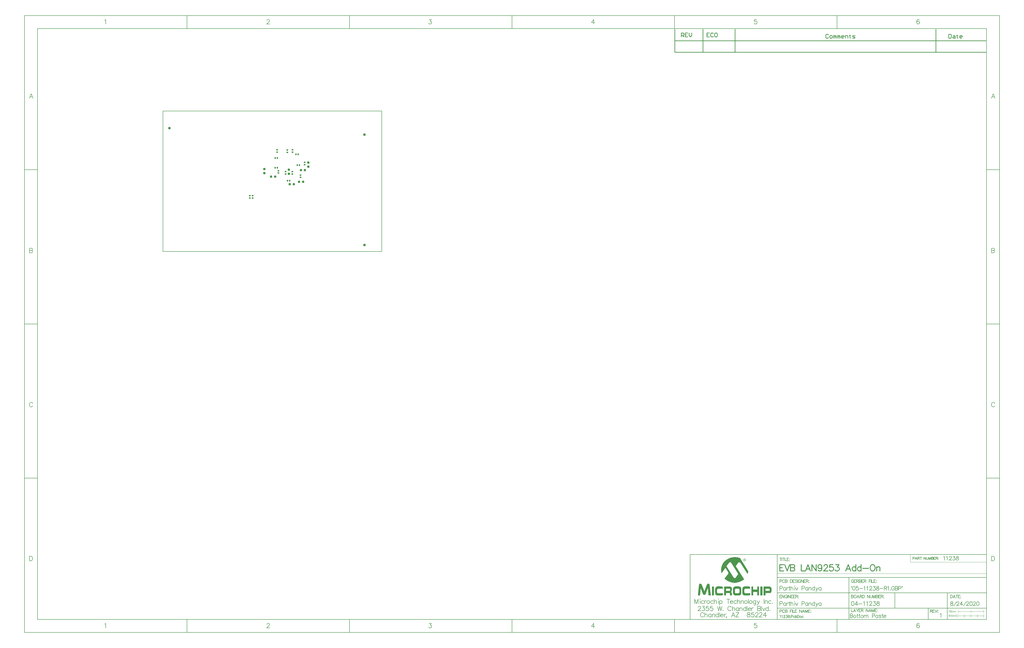
<source format=gbp>
G04*
G04 #@! TF.GenerationSoftware,Altium Limited,Altium Designer,20.1.14 (287)*
G04*
G04 Layer_Color=128*
%FSLAX43Y43*%
%MOMM*%
G71*
G04*
G04 #@! TF.SameCoordinates,088B0059-FF59-4391-8688-F82EEA9C3BEC*
G04*
G04*
G04 #@! TF.FilePolarity,Positive*
G04*
G01*
G75*
%ADD11C,0.254*%
%ADD12C,0.200*%
%ADD15C,0.178*%
%ADD16C,0.127*%
%ADD17C,0.150*%
%ADD18C,0.100*%
%ADD19C,0.180*%
%ADD20C,0.350*%
%ADD22C,1.016*%
G04:AMPARAMS|DCode=23|XSize=0.55mm|YSize=0.6mm|CornerRadius=0.138mm|HoleSize=0mm|Usage=FLASHONLY|Rotation=0.000|XOffset=0mm|YOffset=0mm|HoleType=Round|Shape=RoundedRectangle|*
%AMROUNDEDRECTD23*
21,1,0.550,0.325,0,0,0.0*
21,1,0.275,0.600,0,0,0.0*
1,1,0.275,0.138,-0.163*
1,1,0.275,-0.138,-0.163*
1,1,0.275,-0.138,0.163*
1,1,0.275,0.138,0.163*
%
%ADD23ROUNDEDRECTD23*%
G04:AMPARAMS|DCode=24|XSize=0.55mm|YSize=0.6mm|CornerRadius=0.138mm|HoleSize=0mm|Usage=FLASHONLY|Rotation=270.000|XOffset=0mm|YOffset=0mm|HoleType=Round|Shape=RoundedRectangle|*
%AMROUNDEDRECTD24*
21,1,0.550,0.325,0,0,270.0*
21,1,0.275,0.600,0,0,270.0*
1,1,0.275,-0.163,-0.138*
1,1,0.275,-0.163,0.138*
1,1,0.275,0.163,0.138*
1,1,0.275,0.163,-0.138*
%
%ADD24ROUNDEDRECTD24*%
G04:AMPARAMS|DCode=26|XSize=0.9mm|YSize=0.8mm|CornerRadius=0.2mm|HoleSize=0mm|Usage=FLASHONLY|Rotation=180.000|XOffset=0mm|YOffset=0mm|HoleType=Round|Shape=RoundedRectangle|*
%AMROUNDEDRECTD26*
21,1,0.900,0.400,0,0,180.0*
21,1,0.500,0.800,0,0,180.0*
1,1,0.400,-0.250,0.200*
1,1,0.400,0.250,0.200*
1,1,0.400,0.250,-0.200*
1,1,0.400,-0.250,-0.200*
%
%ADD26ROUNDEDRECTD26*%
G04:AMPARAMS|DCode=27|XSize=0.9mm|YSize=0.8mm|CornerRadius=0.2mm|HoleSize=0mm|Usage=FLASHONLY|Rotation=90.000|XOffset=0mm|YOffset=0mm|HoleType=Round|Shape=RoundedRectangle|*
%AMROUNDEDRECTD27*
21,1,0.900,0.400,0,0,90.0*
21,1,0.500,0.800,0,0,90.0*
1,1,0.400,0.200,0.250*
1,1,0.400,0.200,-0.250*
1,1,0.400,-0.200,-0.250*
1,1,0.400,-0.200,0.250*
%
%ADD27ROUNDEDRECTD27*%
G36*
X227343Y-120052D02*
X227427Y-120080D01*
X227540Y-120122D01*
X227639Y-120179D01*
X227724Y-120277D01*
X227780Y-120419D01*
X227808Y-120588D01*
X227808Y-120616D01*
X227794Y-120672D01*
X227780Y-120771D01*
X227738Y-120870D01*
X227681Y-120983D01*
X227582Y-121068D01*
X227441Y-121138D01*
X227258Y-121166D01*
X227216Y-121166D01*
X227173Y-121152D01*
X227117Y-121138D01*
X226976Y-121096D01*
X226905Y-121053D01*
X226835Y-120997D01*
X226835Y-120983D01*
X226806Y-120969D01*
X226750Y-120884D01*
X226694Y-120757D01*
X226679Y-120672D01*
X226665Y-120588D01*
X226665Y-120574D01*
X226665Y-120545D01*
X226679Y-120503D01*
X226694Y-120461D01*
X226750Y-120334D01*
X226792Y-120263D01*
X226849Y-120207D01*
X226863Y-120193D01*
X226877Y-120179D01*
X226962Y-120122D01*
X227089Y-120066D01*
X227173Y-120038D01*
X227286Y-120038D01*
X227343Y-120052D01*
X227343Y-120052D02*
G37*
G36*
X223731Y-119558D02*
X223843Y-119572D01*
X223985Y-119572D01*
X224126Y-119600D01*
X224450Y-119642D01*
X224803Y-119727D01*
X225156Y-119826D01*
X225508Y-119967D01*
X228669Y-125004D01*
X228669Y-125018D01*
X228669Y-125046D01*
X228655Y-125103D01*
X228655Y-125159D01*
X228641Y-125244D01*
X228627Y-125343D01*
X228584Y-125554D01*
X228584Y-125569D01*
X228570Y-125611D01*
X228556Y-125667D01*
X228542Y-125738D01*
X228514Y-125837D01*
X228486Y-125935D01*
X228415Y-126175D01*
X225664Y-121872D01*
X225649Y-121858D01*
X225635Y-121815D01*
X225579Y-121759D01*
X225522Y-121702D01*
X225452Y-121646D01*
X225367Y-121590D01*
X225283Y-121547D01*
X225170Y-121533D01*
X225127Y-121533D01*
X225085Y-121547D01*
X225029Y-121576D01*
X224958Y-121618D01*
X224873Y-121674D01*
X224803Y-121745D01*
X224718Y-121858D01*
X223801Y-123113D01*
X227032Y-128207D01*
X227018Y-128221D01*
X226962Y-128264D01*
X226877Y-128334D01*
X226764Y-128419D01*
X226609Y-128532D01*
X226425Y-128644D01*
X226228Y-128771D01*
X225988Y-128898D01*
X225734Y-129025D01*
X225438Y-129152D01*
X225142Y-129265D01*
X224803Y-129378D01*
X224450Y-129463D01*
X224083Y-129533D01*
X223702Y-129576D01*
X223293Y-129590D01*
X223194Y-129590D01*
X223081Y-129576D01*
X222926Y-129562D01*
X222729Y-129533D01*
X222503Y-129505D01*
X222263Y-129449D01*
X221981Y-129378D01*
X221699Y-129294D01*
X221388Y-129181D01*
X221064Y-129054D01*
X220739Y-128898D01*
X220415Y-128701D01*
X220090Y-128489D01*
X219780Y-128235D01*
X219469Y-127939D01*
X220838Y-126048D01*
X220852Y-126034D01*
X220866Y-125978D01*
X220894Y-125893D01*
X220909Y-125823D01*
X220923Y-125738D01*
X220923Y-125710D01*
X220909Y-125639D01*
X220866Y-125512D01*
X220782Y-125357D01*
X219766Y-123763D01*
X218256Y-125865D01*
X218256Y-125851D01*
X218242Y-125837D01*
X218228Y-125752D01*
X218200Y-125625D01*
X218171Y-125456D01*
X218129Y-125244D01*
X218101Y-125018D01*
X218087Y-124750D01*
X218073Y-124482D01*
X218073Y-124454D01*
X218073Y-124397D01*
X218087Y-124285D01*
X218101Y-124158D01*
X218115Y-123988D01*
X218143Y-123791D01*
X218200Y-123565D01*
X218256Y-123325D01*
X218327Y-123071D01*
X218425Y-122789D01*
X218552Y-122507D01*
X218679Y-122225D01*
X218849Y-121942D01*
X219046Y-121646D01*
X219272Y-121364D01*
X219526Y-121096D01*
X219540Y-121082D01*
X219596Y-121025D01*
X219681Y-120955D01*
X219808Y-120856D01*
X219963Y-120729D01*
X220147Y-120602D01*
X220358Y-120461D01*
X220598Y-120320D01*
X220866Y-120179D01*
X221163Y-120038D01*
X221487Y-119896D01*
X221826Y-119784D01*
X222193Y-119685D01*
X222588Y-119614D01*
X222997Y-119558D01*
X223434Y-119544D01*
X223632Y-119544D01*
X223731Y-119558D01*
X223731Y-119558D02*
G37*
G36*
X228979Y-131015D02*
X229050Y-131029D01*
X229106Y-131043D01*
X229120Y-131043D01*
X229149Y-131057D01*
X229247Y-131100D01*
X229304Y-131156D01*
X229346Y-131212D01*
X229389Y-131283D01*
X229417Y-131382D01*
X229417Y-131396D01*
X229431Y-131410D01*
X229431Y-131452D01*
X229445Y-131523D01*
X229445Y-131593D01*
X229459Y-131692D01*
X229459Y-131805D01*
X229459Y-131932D01*
X227568Y-131890D01*
X227554Y-131890D01*
X227498Y-131904D01*
X227427Y-131918D01*
X227357Y-131974D01*
X227272Y-132045D01*
X227202Y-132172D01*
X227173Y-132257D01*
X227145Y-132355D01*
X227131Y-132454D01*
X227131Y-132581D01*
X227131Y-132962D01*
X227131Y-132976D01*
X227131Y-132990D01*
X227145Y-133075D01*
X227159Y-133174D01*
X227187Y-133301D01*
X227230Y-133428D01*
X227314Y-133541D01*
X227413Y-133625D01*
X227484Y-133639D01*
X227554Y-133653D01*
X229487Y-133653D01*
X229487Y-133682D01*
X229487Y-133738D01*
X229487Y-133837D01*
X229473Y-133950D01*
X229459Y-134063D01*
X229445Y-134175D01*
X229417Y-134274D01*
X229374Y-134345D01*
X229374Y-134359D01*
X229346Y-134373D01*
X229304Y-134401D01*
X229247Y-134429D01*
X229163Y-134472D01*
X229050Y-134500D01*
X228909Y-134514D01*
X228739Y-134528D01*
X227329Y-134528D01*
X227216Y-134514D01*
X227075Y-134486D01*
X226933Y-134444D01*
X226778Y-134373D01*
X226651Y-134288D01*
X226552Y-134161D01*
X226552Y-134147D01*
X226524Y-134105D01*
X226496Y-134034D01*
X226468Y-133950D01*
X226440Y-133823D01*
X226411Y-133682D01*
X226397Y-133498D01*
X226383Y-133301D01*
X226383Y-132257D01*
X226383Y-132242D01*
X226383Y-132214D01*
X226383Y-132172D01*
X226397Y-132115D01*
X226411Y-131974D01*
X226440Y-131791D01*
X226482Y-131607D01*
X226567Y-131424D01*
X226665Y-131269D01*
X226736Y-131198D01*
X226806Y-131142D01*
X226821Y-131142D01*
X226849Y-131114D01*
X226891Y-131100D01*
X226962Y-131071D01*
X227046Y-131043D01*
X227159Y-131029D01*
X227286Y-131001D01*
X228810Y-131001D01*
X228979Y-131015D01*
X228979Y-131015D02*
G37*
G36*
X232902Y-134500D02*
X232182Y-134500D01*
X232182Y-133188D01*
X230616Y-133188D01*
X230616Y-134500D01*
X229939Y-134500D01*
X229939Y-131043D01*
X230616Y-131043D01*
X230616Y-132257D01*
X232182Y-132257D01*
X232182Y-131043D01*
X232902Y-131043D01*
X232902Y-134500D01*
X232902Y-134500D02*
G37*
G36*
X213205Y-129914D02*
X213275Y-129928D01*
X213360Y-129971D01*
X213430Y-130027D01*
X213501Y-130126D01*
X213572Y-130253D01*
X213600Y-130436D01*
X214065Y-134500D01*
X213191Y-134500D01*
X212951Y-131579D01*
X212937Y-131579D01*
X212048Y-133921D01*
X212048Y-133936D01*
X212019Y-133978D01*
X211977Y-134048D01*
X211921Y-134119D01*
X211850Y-134190D01*
X211766Y-134260D01*
X211667Y-134302D01*
X211540Y-134317D01*
X211483Y-134317D01*
X211413Y-134288D01*
X211328Y-134260D01*
X211229Y-134218D01*
X211145Y-134147D01*
X211074Y-134048D01*
X211004Y-133921D01*
X210115Y-131622D01*
X210101Y-131622D01*
X209847Y-134500D01*
X209000Y-134500D01*
X209437Y-130394D01*
X209437Y-130366D01*
X209452Y-130309D01*
X209480Y-130239D01*
X209522Y-130140D01*
X209579Y-130055D01*
X209663Y-129971D01*
X209776Y-129914D01*
X209903Y-129900D01*
X209974Y-129900D01*
X210058Y-129928D01*
X210157Y-129957D01*
X210256Y-130013D01*
X210369Y-130098D01*
X210453Y-130211D01*
X210538Y-130366D01*
X211526Y-132877D01*
X211540Y-132877D01*
X212527Y-130366D01*
X212542Y-130352D01*
X212556Y-130295D01*
X212612Y-130225D01*
X212669Y-130126D01*
X212753Y-130041D01*
X212866Y-129971D01*
X212993Y-129914D01*
X213148Y-129900D01*
X213162Y-129900D01*
X213205Y-129914D01*
X213205Y-129914D02*
G37*
G36*
X237036Y-131057D02*
X237149Y-131071D01*
X237276Y-131114D01*
X237417Y-131184D01*
X237544Y-131283D01*
X237657Y-131424D01*
X237741Y-131622D01*
X237741Y-131636D01*
X237756Y-131664D01*
X237756Y-131720D01*
X237770Y-131791D01*
X237784Y-131876D01*
X237784Y-131974D01*
X237798Y-132101D01*
X237798Y-132228D01*
X237798Y-132496D01*
X237798Y-132525D01*
X237798Y-132595D01*
X237784Y-132708D01*
X237770Y-132835D01*
X237741Y-132990D01*
X237713Y-133145D01*
X237657Y-133272D01*
X237586Y-133399D01*
X237586Y-133414D01*
X237558Y-133428D01*
X237516Y-133470D01*
X237473Y-133512D01*
X237403Y-133555D01*
X237318Y-133583D01*
X237234Y-133611D01*
X237121Y-133625D01*
X235399Y-133625D01*
X235399Y-134500D01*
X234694Y-134500D01*
X234694Y-131043D01*
X236965Y-131043D01*
X237036Y-131057D01*
X237036Y-131057D02*
G37*
G36*
X234228Y-134500D02*
X233410Y-134500D01*
X233410Y-131043D01*
X234228Y-131043D01*
X234228Y-134500D01*
X234228Y-134500D02*
G37*
G36*
X221727Y-131057D02*
X221840Y-131100D01*
X221967Y-131170D01*
X222023Y-131227D01*
X222094Y-131297D01*
X222150Y-131382D01*
X222193Y-131481D01*
X222249Y-131593D01*
X222277Y-131734D01*
X222291Y-131890D01*
X222305Y-132073D01*
X222305Y-132285D01*
X222305Y-132299D01*
X222305Y-132313D01*
X222305Y-132398D01*
X222291Y-132525D01*
X222263Y-132666D01*
X222207Y-132807D01*
X222136Y-132948D01*
X222037Y-133061D01*
X221910Y-133145D01*
X221910Y-133160D01*
X221924Y-133160D01*
X221967Y-133188D01*
X222037Y-133230D01*
X222108Y-133301D01*
X222178Y-133399D01*
X222249Y-133526D01*
X222291Y-133696D01*
X222305Y-133921D01*
X222305Y-134500D01*
X221572Y-134500D01*
X221572Y-134091D01*
X221572Y-134077D01*
X221572Y-134048D01*
X221572Y-133992D01*
X221572Y-133936D01*
X221558Y-133823D01*
X221558Y-133766D01*
X221544Y-133724D01*
X221529Y-133710D01*
X221487Y-133653D01*
X221417Y-133611D01*
X221290Y-133597D01*
X220006Y-133597D01*
X220006Y-134500D01*
X219272Y-134500D01*
X219272Y-131043D01*
X221642Y-131043D01*
X221727Y-131057D01*
X221727Y-131057D02*
G37*
G36*
X215307Y-134500D02*
X214503Y-134500D01*
X214503Y-131043D01*
X215307Y-131043D01*
X215307Y-134500D01*
X215307Y-134500D02*
G37*
G36*
X225156Y-131015D02*
X225283Y-131043D01*
X225410Y-131071D01*
X225551Y-131128D01*
X225664Y-131212D01*
X225762Y-131311D01*
X225776Y-131325D01*
X225805Y-131368D01*
X225833Y-131438D01*
X225875Y-131537D01*
X225918Y-131678D01*
X225960Y-131833D01*
X225974Y-132017D01*
X225988Y-132242D01*
X225988Y-133287D01*
X225988Y-133301D01*
X225988Y-133329D01*
X225988Y-133371D01*
X225974Y-133442D01*
X225960Y-133597D01*
X225932Y-133794D01*
X225861Y-133992D01*
X225776Y-134190D01*
X225649Y-134345D01*
X225565Y-134415D01*
X225480Y-134458D01*
X225466Y-134458D01*
X225438Y-134472D01*
X225395Y-134486D01*
X225339Y-134486D01*
X225268Y-134500D01*
X225184Y-134514D01*
X224958Y-134528D01*
X223688Y-134528D01*
X223575Y-134514D01*
X223448Y-134486D01*
X223307Y-134444D01*
X223166Y-134387D01*
X223039Y-134302D01*
X222926Y-134190D01*
X222912Y-134175D01*
X222898Y-134133D01*
X222870Y-134063D01*
X222842Y-133964D01*
X222799Y-133851D01*
X222771Y-133696D01*
X222757Y-133498D01*
X222743Y-133287D01*
X222743Y-132242D01*
X222743Y-132228D01*
X222743Y-132200D01*
X222743Y-132144D01*
X222757Y-132073D01*
X222771Y-131904D01*
X222813Y-131706D01*
X222884Y-131495D01*
X222997Y-131311D01*
X223067Y-131227D01*
X223138Y-131156D01*
X223237Y-131100D01*
X223335Y-131057D01*
X223350Y-131057D01*
X223364Y-131043D01*
X223406Y-131043D01*
X223462Y-131029D01*
X223604Y-131015D01*
X223787Y-131001D01*
X225057Y-131001D01*
X225156Y-131015D01*
X225156Y-131015D02*
G37*
G36*
X218087Y-131015D02*
X218256Y-131015D01*
X218411Y-131029D01*
X218538Y-131057D01*
X218581Y-131071D01*
X218609Y-131085D01*
X218623Y-131085D01*
X218637Y-131114D01*
X218665Y-131156D01*
X218707Y-131227D01*
X218750Y-131325D01*
X218778Y-131466D01*
X218792Y-131650D01*
X218806Y-131890D01*
X216901Y-131890D01*
X216817Y-131904D01*
X216718Y-131946D01*
X216619Y-132031D01*
X216605Y-132059D01*
X216591Y-132087D01*
X216563Y-132144D01*
X216549Y-132214D01*
X216520Y-132313D01*
X216506Y-132440D01*
X216506Y-132581D01*
X216506Y-132962D01*
X216506Y-132976D01*
X216506Y-133033D01*
X216506Y-133103D01*
X216520Y-133174D01*
X216535Y-133357D01*
X216549Y-133428D01*
X216563Y-133484D01*
X216577Y-133512D01*
X216633Y-133569D01*
X216690Y-133597D01*
X216746Y-133625D01*
X216831Y-133639D01*
X216916Y-133653D01*
X218849Y-133653D01*
X218849Y-133682D01*
X218849Y-133738D01*
X218849Y-133823D01*
X218834Y-133921D01*
X218806Y-134147D01*
X218778Y-134246D01*
X218750Y-134317D01*
X218750Y-134331D01*
X218722Y-134345D01*
X218679Y-134387D01*
X218623Y-134415D01*
X218524Y-134458D01*
X218411Y-134500D01*
X218270Y-134514D01*
X218101Y-134528D01*
X216704Y-134528D01*
X216605Y-134514D01*
X216478Y-134486D01*
X216337Y-134458D01*
X216196Y-134415D01*
X216069Y-134345D01*
X215970Y-134246D01*
X215956Y-134232D01*
X215942Y-134190D01*
X215900Y-134119D01*
X215857Y-134020D01*
X215815Y-133893D01*
X215787Y-133724D01*
X215759Y-133526D01*
X215744Y-133287D01*
X215744Y-132242D01*
X215744Y-132228D01*
X215744Y-132200D01*
X215744Y-132144D01*
X215759Y-132073D01*
X215787Y-131890D01*
X215829Y-131678D01*
X215914Y-131466D01*
X216041Y-131269D01*
X216125Y-131184D01*
X216224Y-131114D01*
X216323Y-131057D01*
X216450Y-131029D01*
X216478Y-131029D01*
X216549Y-131015D01*
X216662Y-131001D01*
X217917Y-131001D01*
X218087Y-131015D01*
X218087Y-131015D02*
G37*
%LPC*%
G36*
X227258Y-120136D02*
X227187Y-120136D01*
X227103Y-120165D01*
X227018Y-120193D01*
X226919Y-120249D01*
X226849Y-120320D01*
X226792Y-120433D01*
X226764Y-120588D01*
X226764Y-120602D01*
X226764Y-120616D01*
X226778Y-120701D01*
X226821Y-120814D01*
X226905Y-120941D01*
X226933Y-120969D01*
X227004Y-121011D01*
X227117Y-121053D01*
X227258Y-121082D01*
X227272Y-121082D01*
X227329Y-121068D01*
X227399Y-121053D01*
X227498Y-121025D01*
X227582Y-120955D01*
X227653Y-120870D01*
X227709Y-120757D01*
X227724Y-120588D01*
X227724Y-120574D01*
X227724Y-120517D01*
X227695Y-120447D01*
X227667Y-120362D01*
X227611Y-120277D01*
X227526Y-120207D01*
X227413Y-120150D01*
X227258Y-120136D01*
X227258Y-120136D02*
G37*
%LPD*%
G36*
X227385Y-120292D02*
X227456Y-120348D01*
X227484Y-120390D01*
X227498Y-120461D01*
X227498Y-120475D01*
X227498Y-120489D01*
X227484Y-120560D01*
X227427Y-120616D01*
X227385Y-120644D01*
X227329Y-120658D01*
X227512Y-120941D01*
X227399Y-120941D01*
X227230Y-120658D01*
X227117Y-120658D01*
X227117Y-120941D01*
X227018Y-120941D01*
X227018Y-120263D01*
X227300Y-120263D01*
X227385Y-120292D01*
X227385Y-120292D02*
G37*
%LPC*%
G36*
X227286Y-120362D02*
X227117Y-120362D01*
X227117Y-120574D01*
X227300Y-120574D01*
X227343Y-120560D01*
X227371Y-120531D01*
X227385Y-120461D01*
X227385Y-120447D01*
X227371Y-120404D01*
X227343Y-120376D01*
X227286Y-120362D01*
X227286Y-120362D02*
G37*
G36*
X221600Y-121519D02*
X221558Y-121519D01*
X221501Y-121533D01*
X221445Y-121561D01*
X221374Y-121604D01*
X221290Y-121660D01*
X221205Y-121731D01*
X221120Y-121844D01*
X220231Y-123099D01*
X222926Y-127375D01*
X222940Y-127389D01*
X222969Y-127431D01*
X223011Y-127502D01*
X223067Y-127558D01*
X223138Y-127629D01*
X223223Y-127699D01*
X223293Y-127741D01*
X223378Y-127756D01*
X223420Y-127756D01*
X223477Y-127741D01*
X223533Y-127713D01*
X223604Y-127685D01*
X223688Y-127643D01*
X223773Y-127572D01*
X223843Y-127473D01*
X224789Y-126119D01*
X222080Y-121858D01*
X222066Y-121844D01*
X222037Y-121801D01*
X221995Y-121745D01*
X221939Y-121688D01*
X221868Y-121632D01*
X221783Y-121576D01*
X221699Y-121533D01*
X221600Y-121519D01*
X221600Y-121519D02*
G37*
G36*
X236768Y-131876D02*
X235399Y-131876D01*
X235399Y-132750D01*
X236853Y-132750D01*
X236881Y-132736D01*
X236923Y-132708D01*
X236965Y-132666D01*
X237008Y-132595D01*
X237022Y-132511D01*
X237036Y-132398D01*
X237036Y-132257D01*
X237036Y-132242D01*
X237036Y-132200D01*
X237022Y-132130D01*
X237008Y-132059D01*
X236965Y-132003D01*
X236923Y-131932D01*
X236853Y-131890D01*
X236768Y-131876D01*
X236768Y-131876D02*
G37*
G36*
X221261Y-131876D02*
X220006Y-131876D01*
X220006Y-132736D01*
X221374Y-132736D01*
X221417Y-132722D01*
X221473Y-132694D01*
X221529Y-132652D01*
X221572Y-132581D01*
X221600Y-132496D01*
X221614Y-132369D01*
X221614Y-132257D01*
X221614Y-132242D01*
X221614Y-132200D01*
X221600Y-132130D01*
X221572Y-132059D01*
X221529Y-132003D01*
X221459Y-131932D01*
X221374Y-131890D01*
X221261Y-131876D01*
X221261Y-131876D02*
G37*
G36*
X224859Y-131876D02*
X223900Y-131876D01*
X223815Y-131890D01*
X223702Y-131946D01*
X223646Y-131974D01*
X223604Y-132031D01*
X223589Y-132059D01*
X223575Y-132101D01*
X223547Y-132158D01*
X223533Y-132228D01*
X223505Y-132327D01*
X223491Y-132440D01*
X223491Y-132581D01*
X223491Y-132962D01*
X223491Y-132976D01*
X223491Y-133033D01*
X223491Y-133089D01*
X223505Y-133174D01*
X223519Y-133357D01*
X223533Y-133442D01*
X223561Y-133512D01*
X223575Y-133541D01*
X223632Y-133583D01*
X223731Y-133625D01*
X223801Y-133653D01*
X224831Y-133653D01*
X224888Y-133639D01*
X224958Y-133611D01*
X225043Y-133569D01*
X225127Y-133484D01*
X225198Y-133357D01*
X225226Y-133287D01*
X225254Y-133188D01*
X225268Y-133089D01*
X225268Y-132962D01*
X225268Y-132581D01*
X225268Y-132567D01*
X225268Y-132511D01*
X225268Y-132454D01*
X225254Y-132369D01*
X225212Y-132186D01*
X225170Y-132101D01*
X225127Y-132031D01*
X225127Y-132017D01*
X225099Y-132003D01*
X225029Y-131946D01*
X224930Y-131904D01*
X224859Y-131876D01*
X224859Y-131876D02*
G37*
%LPD*%
D11*
X223500Y78000D02*
X223500Y82500D01*
X200000Y82500D02*
X200000Y87000D01*
X200000Y82500D02*
X321500Y82500D01*
X211000Y82500D02*
X211000Y87000D01*
X223500Y82500D02*
X223500Y87000D01*
X302000Y82500D02*
X302000Y87000D01*
X200000Y78000D02*
X200000Y82500D01*
X200000Y78000D02*
X321500Y78000D01*
X302000Y78000D02*
X302000Y82500D01*
X211000Y78000D02*
X211000Y82500D01*
X202500Y84000D02*
X202500Y85524D01*
X203262Y85524D01*
X203516Y85270D01*
X203516Y84762D01*
X203262Y84508D01*
X202500Y84508D01*
X203008Y84508D02*
X203516Y84000D01*
X205039Y85524D02*
X204024Y85524D01*
X204024Y84000D01*
X205039Y84000D01*
X204024Y84762D02*
X204531Y84762D01*
X205547Y85524D02*
X205547Y84508D01*
X206055Y84000D01*
X206563Y84508D01*
X206563Y85524D01*
X213516Y85524D02*
X212500Y85524D01*
X212500Y84000D01*
X213516Y84000D01*
X212500Y84762D02*
X213008Y84762D01*
X215039Y85270D02*
X214785Y85524D01*
X214277Y85524D01*
X214024Y85270D01*
X214024Y84254D01*
X214277Y84000D01*
X214785Y84000D01*
X215039Y84254D01*
X216309Y85524D02*
X215801Y85524D01*
X215547Y85270D01*
X215547Y84254D01*
X215801Y84000D01*
X216309Y84000D01*
X216563Y84254D01*
X216563Y85270D01*
X216309Y85524D01*
X260016Y84770D02*
X259762Y85024D01*
X259254Y85024D01*
X259000Y84770D01*
X259000Y83754D01*
X259254Y83500D01*
X259762Y83500D01*
X260016Y83754D01*
X260777Y83500D02*
X261285Y83500D01*
X261539Y83754D01*
X261539Y84262D01*
X261285Y84516D01*
X260777Y84516D01*
X260524Y84262D01*
X260524Y83754D01*
X260777Y83500D01*
X262047Y83500D02*
X262047Y84516D01*
X262301Y84516D01*
X262555Y84262D01*
X262555Y83500D01*
X262555Y84262D01*
X262809Y84516D01*
X263063Y84262D01*
X263063Y83500D01*
X263571Y83500D02*
X263571Y84516D01*
X263824Y84516D01*
X264078Y84262D01*
X264078Y83500D01*
X264078Y84262D01*
X264332Y84516D01*
X264586Y84262D01*
X264586Y83500D01*
X265856Y83500D02*
X265348Y83500D01*
X265094Y83754D01*
X265094Y84262D01*
X265348Y84516D01*
X265856Y84516D01*
X266110Y84262D01*
X266110Y84008D01*
X265094Y84008D01*
X266618Y83500D02*
X266618Y84516D01*
X267379Y84516D01*
X267633Y84262D01*
X267633Y83500D01*
X268395Y84770D02*
X268395Y84516D01*
X268141Y84516D01*
X268649Y84516D01*
X268395Y84516D01*
X268395Y83754D01*
X268649Y83500D01*
X269411Y83500D02*
X270172Y83500D01*
X270426Y83754D01*
X270172Y84008D01*
X269665Y84008D01*
X269411Y84262D01*
X269665Y84516D01*
X270426Y84516D01*
X307000Y85024D02*
X307000Y83500D01*
X307762Y83500D01*
X308016Y83754D01*
X308016Y84770D01*
X307762Y85024D01*
X307000Y85024D01*
X308777Y84516D02*
X309285Y84516D01*
X309539Y84262D01*
X309539Y83500D01*
X308777Y83500D01*
X308524Y83754D01*
X308777Y84008D01*
X309539Y84008D01*
X310301Y84770D02*
X310301Y84516D01*
X310047Y84516D01*
X310555Y84516D01*
X310301Y84516D01*
X310301Y83754D01*
X310555Y83500D01*
X312078Y83500D02*
X311571Y83500D01*
X311317Y83754D01*
X311317Y84262D01*
X311571Y84516D01*
X312078Y84516D01*
X312332Y84262D01*
X312332Y84008D01*
X311317Y84008D01*
D12*
X305000Y-119536D02*
X305143Y-119465D01*
X305357Y-119250D01*
X305357Y-120750D01*
X306100Y-119536D02*
X306243Y-119465D01*
X306457Y-119250D01*
X306457Y-120750D01*
X307271Y-119607D02*
X307271Y-119536D01*
X307342Y-119393D01*
X307414Y-119322D01*
X307557Y-119250D01*
X307842Y-119250D01*
X307985Y-119322D01*
X308057Y-119393D01*
X308128Y-119536D01*
X308128Y-119679D01*
X308057Y-119822D01*
X307914Y-120036D01*
X307200Y-120750D01*
X308199Y-120750D01*
X308678Y-119250D02*
X309463Y-119250D01*
X309035Y-119822D01*
X309249Y-119822D01*
X309392Y-119893D01*
X309463Y-119964D01*
X309535Y-120179D01*
X309535Y-120321D01*
X309463Y-120536D01*
X309321Y-120679D01*
X309106Y-120750D01*
X308892Y-120750D01*
X308678Y-120679D01*
X308606Y-120607D01*
X308535Y-120464D01*
X310227Y-119250D02*
X310013Y-119322D01*
X309942Y-119465D01*
X309942Y-119607D01*
X310013Y-119750D01*
X310156Y-119822D01*
X310442Y-119893D01*
X310656Y-119964D01*
X310799Y-120107D01*
X310870Y-120250D01*
X310870Y-120464D01*
X310799Y-120607D01*
X310727Y-120679D01*
X310513Y-120750D01*
X310227Y-120750D01*
X310013Y-120679D01*
X309942Y-120607D01*
X309870Y-120464D01*
X309870Y-120250D01*
X309942Y-120107D01*
X310085Y-119964D01*
X310299Y-119893D01*
X310585Y-119822D01*
X310727Y-119750D01*
X310799Y-119607D01*
X310799Y-119465D01*
X310727Y-119322D01*
X310513Y-119250D01*
X310227Y-119250D01*
D15*
X303678Y-141858D02*
X303821Y-141787D01*
X304035Y-141573D01*
X304035Y-143072D01*
X269071Y-131143D02*
X269000Y-131072D01*
X269071Y-131000D01*
X269143Y-131072D01*
X269143Y-131215D01*
X269071Y-131357D01*
X269000Y-131429D01*
X269900Y-131000D02*
X269686Y-131072D01*
X269543Y-131286D01*
X269471Y-131643D01*
X269471Y-131857D01*
X269543Y-132214D01*
X269686Y-132429D01*
X269900Y-132500D01*
X270043Y-132500D01*
X270257Y-132429D01*
X270400Y-132214D01*
X270471Y-131857D01*
X270471Y-131643D01*
X270400Y-131286D01*
X270257Y-131072D01*
X270043Y-131000D01*
X269900Y-131000D01*
X271664Y-131000D02*
X270950Y-131000D01*
X270878Y-131643D01*
X270950Y-131572D01*
X271164Y-131500D01*
X271378Y-131500D01*
X271592Y-131572D01*
X271735Y-131714D01*
X271807Y-131929D01*
X271807Y-132072D01*
X271735Y-132286D01*
X271592Y-132429D01*
X271378Y-132500D01*
X271164Y-132500D01*
X270950Y-132429D01*
X270878Y-132357D01*
X270807Y-132214D01*
X272142Y-131857D02*
X273428Y-131857D01*
X273870Y-131286D02*
X274013Y-131215D01*
X274227Y-131000D01*
X274227Y-132500D01*
X274970Y-131286D02*
X275113Y-131215D01*
X275327Y-131000D01*
X275327Y-132500D01*
X276141Y-131357D02*
X276141Y-131286D01*
X276213Y-131143D01*
X276284Y-131072D01*
X276427Y-131000D01*
X276713Y-131000D01*
X276855Y-131072D01*
X276927Y-131143D01*
X276998Y-131286D01*
X276998Y-131429D01*
X276927Y-131572D01*
X276784Y-131786D01*
X276070Y-132500D01*
X277070Y-132500D01*
X277548Y-131000D02*
X278334Y-131000D01*
X277905Y-131572D01*
X278119Y-131572D01*
X278262Y-131643D01*
X278334Y-131714D01*
X278405Y-131929D01*
X278405Y-132072D01*
X278334Y-132286D01*
X278191Y-132429D01*
X277977Y-132500D01*
X277762Y-132500D01*
X277548Y-132429D01*
X277477Y-132357D01*
X277405Y-132214D01*
X279098Y-131000D02*
X278884Y-131072D01*
X278812Y-131215D01*
X278812Y-131357D01*
X278884Y-131500D01*
X279026Y-131572D01*
X279312Y-131643D01*
X279526Y-131714D01*
X279669Y-131857D01*
X279741Y-132000D01*
X279741Y-132214D01*
X279669Y-132357D01*
X279598Y-132429D01*
X279384Y-132500D01*
X279098Y-132500D01*
X278884Y-132429D01*
X278812Y-132357D01*
X278741Y-132214D01*
X278741Y-132000D01*
X278812Y-131857D01*
X278955Y-131714D01*
X279169Y-131643D01*
X279455Y-131572D01*
X279598Y-131500D01*
X279669Y-131357D01*
X279669Y-131215D01*
X279598Y-131072D01*
X279384Y-131000D01*
X279098Y-131000D01*
X280076Y-131857D02*
X281362Y-131857D01*
X281804Y-131000D02*
X281804Y-132500D01*
X281804Y-131000D02*
X282447Y-131000D01*
X282661Y-131072D01*
X282733Y-131143D01*
X282804Y-131286D01*
X282804Y-131429D01*
X282733Y-131572D01*
X282661Y-131643D01*
X282447Y-131714D01*
X281804Y-131714D01*
X282304Y-131714D02*
X282804Y-132500D01*
X283140Y-131286D02*
X283283Y-131215D01*
X283497Y-131000D01*
X283497Y-132500D01*
X284311Y-132357D02*
X284240Y-132429D01*
X284311Y-132500D01*
X284382Y-132429D01*
X284311Y-132357D01*
X285782Y-131357D02*
X285711Y-131215D01*
X285568Y-131072D01*
X285425Y-131000D01*
X285139Y-131000D01*
X284997Y-131072D01*
X284854Y-131215D01*
X284782Y-131357D01*
X284711Y-131572D01*
X284711Y-131929D01*
X284782Y-132143D01*
X284854Y-132286D01*
X284997Y-132429D01*
X285139Y-132500D01*
X285425Y-132500D01*
X285568Y-132429D01*
X285711Y-132286D01*
X285782Y-132143D01*
X285782Y-131929D01*
X285425Y-131929D02*
X285782Y-131929D01*
X286125Y-131000D02*
X286125Y-132500D01*
X286125Y-131000D02*
X286768Y-131000D01*
X286982Y-131072D01*
X287053Y-131143D01*
X287125Y-131286D01*
X287125Y-131429D01*
X287053Y-131572D01*
X286982Y-131643D01*
X286768Y-131714D01*
X286125Y-131714D02*
X286768Y-131714D01*
X286982Y-131786D01*
X287053Y-131857D01*
X287125Y-132000D01*
X287125Y-132214D01*
X287053Y-132357D01*
X286982Y-132429D01*
X286768Y-132500D01*
X286125Y-132500D01*
X287460Y-131786D02*
X288103Y-131786D01*
X288317Y-131714D01*
X288389Y-131643D01*
X288460Y-131500D01*
X288460Y-131286D01*
X288389Y-131143D01*
X288317Y-131072D01*
X288103Y-131000D01*
X287460Y-131000D01*
X287460Y-132500D01*
X288867Y-131143D02*
X288796Y-131072D01*
X288867Y-131000D01*
X288939Y-131072D01*
X288939Y-131215D01*
X288867Y-131357D01*
X288796Y-131429D01*
X241000Y-131738D02*
X241686Y-131738D01*
X241914Y-131662D01*
X241990Y-131586D01*
X242066Y-131434D01*
X242066Y-131205D01*
X241990Y-131053D01*
X241914Y-130977D01*
X241686Y-130900D01*
X241000Y-130900D01*
X241000Y-132500D01*
X243339Y-131434D02*
X243339Y-132500D01*
X243339Y-131662D02*
X243186Y-131510D01*
X243034Y-131434D01*
X242805Y-131434D01*
X242653Y-131510D01*
X242501Y-131662D01*
X242424Y-131891D01*
X242424Y-132043D01*
X242501Y-132271D01*
X242653Y-132424D01*
X242805Y-132500D01*
X243034Y-132500D01*
X243186Y-132424D01*
X243339Y-132271D01*
X243765Y-131434D02*
X243765Y-132500D01*
X243765Y-131891D02*
X243841Y-131662D01*
X243994Y-131510D01*
X244146Y-131434D01*
X244375Y-131434D01*
X244748Y-130900D02*
X244748Y-132195D01*
X244824Y-132424D01*
X244976Y-132500D01*
X245129Y-132500D01*
X244519Y-131434D02*
X245052Y-131434D01*
X245357Y-130900D02*
X245357Y-132500D01*
X245357Y-131738D02*
X245586Y-131510D01*
X245738Y-131434D01*
X245967Y-131434D01*
X246119Y-131510D01*
X246195Y-131738D01*
X246195Y-132500D01*
X246766Y-130900D02*
X246843Y-130977D01*
X246919Y-130900D01*
X246843Y-130824D01*
X246766Y-130900D01*
X246843Y-131434D02*
X246843Y-132500D01*
X247201Y-131434D02*
X247658Y-132500D01*
X248115Y-131434D02*
X247658Y-132500D01*
X249631Y-131738D02*
X250316Y-131738D01*
X250545Y-131662D01*
X250621Y-131586D01*
X250697Y-131434D01*
X250697Y-131205D01*
X250621Y-131053D01*
X250545Y-130977D01*
X250316Y-130900D01*
X249631Y-130900D01*
X249631Y-132500D01*
X251969Y-131434D02*
X251969Y-132500D01*
X251969Y-131662D02*
X251817Y-131510D01*
X251664Y-131434D01*
X251436Y-131434D01*
X251284Y-131510D01*
X251131Y-131662D01*
X251055Y-131891D01*
X251055Y-132043D01*
X251131Y-132271D01*
X251284Y-132424D01*
X251436Y-132500D01*
X251664Y-132500D01*
X251817Y-132424D01*
X251969Y-132271D01*
X252396Y-131434D02*
X252396Y-132500D01*
X252396Y-131738D02*
X252624Y-131510D01*
X252777Y-131434D01*
X253005Y-131434D01*
X253157Y-131510D01*
X253234Y-131738D01*
X253234Y-132500D01*
X254567Y-130900D02*
X254567Y-132500D01*
X254567Y-131662D02*
X254414Y-131510D01*
X254262Y-131434D01*
X254033Y-131434D01*
X253881Y-131510D01*
X253729Y-131662D01*
X253653Y-131891D01*
X253653Y-132043D01*
X253729Y-132271D01*
X253881Y-132424D01*
X254033Y-132500D01*
X254262Y-132500D01*
X254414Y-132424D01*
X254567Y-132271D01*
X255069Y-131434D02*
X255526Y-132500D01*
X255983Y-131434D02*
X255526Y-132500D01*
X255374Y-132805D01*
X255222Y-132957D01*
X255069Y-133033D01*
X254993Y-133033D01*
X257164Y-131434D02*
X257164Y-132500D01*
X257164Y-131662D02*
X257012Y-131510D01*
X256859Y-131434D01*
X256631Y-131434D01*
X256479Y-131510D01*
X256326Y-131662D01*
X256250Y-131891D01*
X256250Y-132043D01*
X256326Y-132271D01*
X256479Y-132424D01*
X256631Y-132500D01*
X256859Y-132500D01*
X257012Y-132424D01*
X257164Y-132271D01*
X207770Y-135982D02*
X207770Y-137760D01*
X207770Y-135982D02*
X208447Y-137760D01*
X209124Y-135982D02*
X208447Y-137760D01*
X209124Y-135982D02*
X209124Y-137760D01*
X209802Y-135982D02*
X209886Y-136067D01*
X209971Y-135982D01*
X209886Y-135898D01*
X209802Y-135982D01*
X209886Y-136575D02*
X209886Y-137760D01*
X211300Y-136829D02*
X211131Y-136660D01*
X210961Y-136575D01*
X210707Y-136575D01*
X210538Y-136660D01*
X210369Y-136829D01*
X210284Y-137083D01*
X210284Y-137252D01*
X210369Y-137506D01*
X210538Y-137675D01*
X210707Y-137760D01*
X210961Y-137760D01*
X211131Y-137675D01*
X211300Y-137506D01*
X211681Y-136575D02*
X211681Y-137760D01*
X211681Y-137083D02*
X211765Y-136829D01*
X211935Y-136660D01*
X212104Y-136575D01*
X212358Y-136575D01*
X212942Y-136575D02*
X212773Y-136660D01*
X212603Y-136829D01*
X212519Y-137083D01*
X212519Y-137252D01*
X212603Y-137506D01*
X212773Y-137675D01*
X212942Y-137760D01*
X213196Y-137760D01*
X213365Y-137675D01*
X213535Y-137506D01*
X213619Y-137252D01*
X213619Y-137083D01*
X213535Y-136829D01*
X213365Y-136660D01*
X213196Y-136575D01*
X212942Y-136575D01*
X215024Y-136829D02*
X214855Y-136660D01*
X214686Y-136575D01*
X214432Y-136575D01*
X214263Y-136660D01*
X214093Y-136829D01*
X214009Y-137083D01*
X214009Y-137252D01*
X214093Y-137506D01*
X214263Y-137675D01*
X214432Y-137760D01*
X214686Y-137760D01*
X214855Y-137675D01*
X215024Y-137506D01*
X215405Y-135982D02*
X215405Y-137760D01*
X215405Y-136913D02*
X215659Y-136660D01*
X215829Y-136575D01*
X216083Y-136575D01*
X216252Y-136660D01*
X216336Y-136913D01*
X216336Y-137760D01*
X216971Y-135982D02*
X217056Y-136067D01*
X217141Y-135982D01*
X217056Y-135898D01*
X216971Y-135982D01*
X217056Y-136575D02*
X217056Y-137760D01*
X217454Y-136575D02*
X217454Y-138353D01*
X217454Y-136829D02*
X217623Y-136660D01*
X217792Y-136575D01*
X218046Y-136575D01*
X218216Y-136660D01*
X218385Y-136829D01*
X218470Y-137083D01*
X218470Y-137252D01*
X218385Y-137506D01*
X218216Y-137675D01*
X218046Y-137760D01*
X217792Y-137760D01*
X217623Y-137675D01*
X217454Y-137506D01*
X220840Y-135982D02*
X220840Y-137760D01*
X220247Y-135982D02*
X221432Y-135982D01*
X221644Y-137083D02*
X222660Y-137083D01*
X222660Y-136913D01*
X222575Y-136744D01*
X222490Y-136660D01*
X222321Y-136575D01*
X222067Y-136575D01*
X221898Y-136660D01*
X221729Y-136829D01*
X221644Y-137083D01*
X221644Y-137252D01*
X221729Y-137506D01*
X221898Y-137675D01*
X222067Y-137760D01*
X222321Y-137760D01*
X222490Y-137675D01*
X222660Y-137506D01*
X224056Y-136829D02*
X223887Y-136660D01*
X223718Y-136575D01*
X223464Y-136575D01*
X223295Y-136660D01*
X223125Y-136829D01*
X223041Y-137083D01*
X223041Y-137252D01*
X223125Y-137506D01*
X223295Y-137675D01*
X223464Y-137760D01*
X223718Y-137760D01*
X223887Y-137675D01*
X224056Y-137506D01*
X224437Y-135982D02*
X224437Y-137760D01*
X224437Y-136913D02*
X224691Y-136660D01*
X224861Y-136575D01*
X225115Y-136575D01*
X225284Y-136660D01*
X225368Y-136913D01*
X225368Y-137760D01*
X225834Y-136575D02*
X225834Y-137760D01*
X225834Y-136913D02*
X226088Y-136660D01*
X226257Y-136575D01*
X226511Y-136575D01*
X226680Y-136660D01*
X226765Y-136913D01*
X226765Y-137760D01*
X227654Y-136575D02*
X227485Y-136660D01*
X227315Y-136829D01*
X227231Y-137083D01*
X227231Y-137252D01*
X227315Y-137506D01*
X227485Y-137675D01*
X227654Y-137760D01*
X227908Y-137760D01*
X228077Y-137675D01*
X228246Y-137506D01*
X228331Y-137252D01*
X228331Y-137083D01*
X228246Y-136829D01*
X228077Y-136660D01*
X227908Y-136575D01*
X227654Y-136575D01*
X228721Y-135982D02*
X228721Y-137760D01*
X229516Y-136575D02*
X229347Y-136660D01*
X229178Y-136829D01*
X229093Y-137083D01*
X229093Y-137252D01*
X229178Y-137506D01*
X229347Y-137675D01*
X229516Y-137760D01*
X229770Y-137760D01*
X229939Y-137675D01*
X230109Y-137506D01*
X230193Y-137252D01*
X230193Y-137083D01*
X230109Y-136829D01*
X229939Y-136660D01*
X229770Y-136575D01*
X229516Y-136575D01*
X231599Y-136575D02*
X231599Y-137929D01*
X231514Y-138183D01*
X231429Y-138268D01*
X231260Y-138353D01*
X231006Y-138353D01*
X230837Y-138268D01*
X231599Y-136829D02*
X231429Y-136660D01*
X231260Y-136575D01*
X231006Y-136575D01*
X230837Y-136660D01*
X230667Y-136829D01*
X230583Y-137083D01*
X230583Y-137252D01*
X230667Y-137506D01*
X230837Y-137675D01*
X231006Y-137760D01*
X231260Y-137760D01*
X231429Y-137675D01*
X231599Y-137506D01*
X232157Y-136575D02*
X232665Y-137760D01*
X233173Y-136575D02*
X232665Y-137760D01*
X232496Y-138099D01*
X232327Y-138268D01*
X232157Y-138353D01*
X232073Y-138353D01*
X234866Y-135982D02*
X234866Y-137760D01*
X235238Y-136575D02*
X235238Y-137760D01*
X235238Y-136913D02*
X235492Y-136660D01*
X235662Y-136575D01*
X235916Y-136575D01*
X236085Y-136660D01*
X236170Y-136913D01*
X236170Y-137760D01*
X237651Y-136829D02*
X237482Y-136660D01*
X237312Y-136575D01*
X237058Y-136575D01*
X236889Y-136660D01*
X236720Y-136829D01*
X236635Y-137083D01*
X236635Y-137252D01*
X236720Y-137506D01*
X236889Y-137675D01*
X237058Y-137760D01*
X237312Y-137760D01*
X237482Y-137675D01*
X237651Y-137506D01*
X238117Y-137591D02*
X238032Y-137675D01*
X238117Y-137760D01*
X238201Y-137675D01*
X238117Y-137591D01*
X209085Y-139146D02*
X209085Y-139061D01*
X209169Y-138892D01*
X209254Y-138807D01*
X209423Y-138722D01*
X209762Y-138722D01*
X209931Y-138807D01*
X210016Y-138892D01*
X210100Y-139061D01*
X210100Y-139230D01*
X210016Y-139400D01*
X209846Y-139654D01*
X209000Y-140500D01*
X210185Y-140500D01*
X210752Y-138722D02*
X211683Y-138722D01*
X211175Y-139400D01*
X211429Y-139400D01*
X211599Y-139484D01*
X211683Y-139569D01*
X211768Y-139823D01*
X211768Y-139992D01*
X211683Y-140246D01*
X211514Y-140415D01*
X211260Y-140500D01*
X211006Y-140500D01*
X210752Y-140415D01*
X210668Y-140331D01*
X210583Y-140161D01*
X213182Y-138722D02*
X212335Y-138722D01*
X212251Y-139484D01*
X212335Y-139400D01*
X212589Y-139315D01*
X212843Y-139315D01*
X213097Y-139400D01*
X213266Y-139569D01*
X213351Y-139823D01*
X213351Y-139992D01*
X213266Y-140246D01*
X213097Y-140415D01*
X212843Y-140500D01*
X212589Y-140500D01*
X212335Y-140415D01*
X212251Y-140331D01*
X212166Y-140161D01*
X214765Y-138722D02*
X213918Y-138722D01*
X213833Y-139484D01*
X213918Y-139400D01*
X214172Y-139315D01*
X214426Y-139315D01*
X214680Y-139400D01*
X214849Y-139569D01*
X214934Y-139823D01*
X214934Y-139992D01*
X214849Y-140246D01*
X214680Y-140415D01*
X214426Y-140500D01*
X214172Y-140500D01*
X213918Y-140415D01*
X213833Y-140331D01*
X213749Y-140161D01*
X216728Y-138722D02*
X217152Y-140500D01*
X217575Y-138722D02*
X217152Y-140500D01*
X217575Y-138722D02*
X217998Y-140500D01*
X218421Y-138722D02*
X217998Y-140500D01*
X218862Y-140331D02*
X218777Y-140415D01*
X218862Y-140500D01*
X218946Y-140415D01*
X218862Y-140331D01*
X222002Y-139146D02*
X221917Y-138976D01*
X221748Y-138807D01*
X221579Y-138722D01*
X221240Y-138722D01*
X221071Y-138807D01*
X220902Y-138976D01*
X220817Y-139146D01*
X220732Y-139400D01*
X220732Y-139823D01*
X220817Y-140077D01*
X220902Y-140246D01*
X221071Y-140415D01*
X221240Y-140500D01*
X221579Y-140500D01*
X221748Y-140415D01*
X221917Y-140246D01*
X222002Y-140077D01*
X222501Y-138722D02*
X222501Y-140500D01*
X222501Y-139654D02*
X222755Y-139400D01*
X222925Y-139315D01*
X223179Y-139315D01*
X223348Y-139400D01*
X223433Y-139654D01*
X223433Y-140500D01*
X224914Y-139315D02*
X224914Y-140500D01*
X224914Y-139569D02*
X224745Y-139400D01*
X224575Y-139315D01*
X224321Y-139315D01*
X224152Y-139400D01*
X223983Y-139569D01*
X223898Y-139823D01*
X223898Y-139992D01*
X223983Y-140246D01*
X224152Y-140415D01*
X224321Y-140500D01*
X224575Y-140500D01*
X224745Y-140415D01*
X224914Y-140246D01*
X225388Y-139315D02*
X225388Y-140500D01*
X225388Y-139654D02*
X225642Y-139400D01*
X225811Y-139315D01*
X226065Y-139315D01*
X226234Y-139400D01*
X226319Y-139654D01*
X226319Y-140500D01*
X227800Y-138722D02*
X227800Y-140500D01*
X227800Y-139569D02*
X227631Y-139400D01*
X227462Y-139315D01*
X227208Y-139315D01*
X227039Y-139400D01*
X226869Y-139569D01*
X226785Y-139823D01*
X226785Y-139992D01*
X226869Y-140246D01*
X227039Y-140415D01*
X227208Y-140500D01*
X227462Y-140500D01*
X227631Y-140415D01*
X227800Y-140246D01*
X228274Y-138722D02*
X228274Y-140500D01*
X228647Y-139823D02*
X229663Y-139823D01*
X229663Y-139654D01*
X229578Y-139484D01*
X229493Y-139400D01*
X229324Y-139315D01*
X229070Y-139315D01*
X228901Y-139400D01*
X228732Y-139569D01*
X228647Y-139823D01*
X228647Y-139992D01*
X228732Y-140246D01*
X228901Y-140415D01*
X229070Y-140500D01*
X229324Y-140500D01*
X229493Y-140415D01*
X229663Y-140246D01*
X230044Y-139315D02*
X230044Y-140500D01*
X230044Y-139823D02*
X230128Y-139569D01*
X230298Y-139400D01*
X230467Y-139315D01*
X230721Y-139315D01*
X232278Y-138722D02*
X232278Y-140500D01*
X232278Y-138722D02*
X233040Y-138722D01*
X233294Y-138807D01*
X233379Y-138892D01*
X233463Y-139061D01*
X233463Y-139230D01*
X233379Y-139400D01*
X233294Y-139484D01*
X233040Y-139569D01*
X232278Y-139569D02*
X233040Y-139569D01*
X233294Y-139654D01*
X233379Y-139738D01*
X233463Y-139907D01*
X233463Y-140161D01*
X233379Y-140331D01*
X233294Y-140415D01*
X233040Y-140500D01*
X232278Y-140500D01*
X233861Y-138722D02*
X233861Y-140500D01*
X234234Y-139315D02*
X234742Y-140500D01*
X235250Y-139315D02*
X234742Y-140500D01*
X236553Y-138722D02*
X236553Y-140500D01*
X236553Y-139569D02*
X236384Y-139400D01*
X236215Y-139315D01*
X235961Y-139315D01*
X235791Y-139400D01*
X235622Y-139569D01*
X235537Y-139823D01*
X235537Y-139992D01*
X235622Y-140246D01*
X235791Y-140415D01*
X235961Y-140500D01*
X236215Y-140500D01*
X236384Y-140415D01*
X236553Y-140246D01*
X237112Y-140331D02*
X237027Y-140415D01*
X237112Y-140500D01*
X237196Y-140415D01*
X237112Y-140331D01*
X211270Y-141646D02*
X211185Y-141476D01*
X211016Y-141307D01*
X210846Y-141222D01*
X210508Y-141222D01*
X210339Y-141307D01*
X210169Y-141476D01*
X210085Y-141646D01*
X210000Y-141900D01*
X210000Y-142323D01*
X210085Y-142577D01*
X210169Y-142746D01*
X210339Y-142915D01*
X210508Y-143000D01*
X210846Y-143000D01*
X211016Y-142915D01*
X211185Y-142746D01*
X211270Y-142577D01*
X211769Y-141222D02*
X211769Y-143000D01*
X211769Y-142154D02*
X212023Y-141900D01*
X212192Y-141815D01*
X212446Y-141815D01*
X212616Y-141900D01*
X212700Y-142154D01*
X212700Y-143000D01*
X214182Y-141815D02*
X214182Y-143000D01*
X214182Y-142069D02*
X214012Y-141900D01*
X213843Y-141815D01*
X213589Y-141815D01*
X213420Y-141900D01*
X213251Y-142069D01*
X213166Y-142323D01*
X213166Y-142492D01*
X213251Y-142746D01*
X213420Y-142915D01*
X213589Y-143000D01*
X213843Y-143000D01*
X214012Y-142915D01*
X214182Y-142746D01*
X214656Y-141815D02*
X214656Y-143000D01*
X214656Y-142154D02*
X214910Y-141900D01*
X215079Y-141815D01*
X215333Y-141815D01*
X215502Y-141900D01*
X215587Y-142154D01*
X215587Y-143000D01*
X217068Y-141222D02*
X217068Y-143000D01*
X217068Y-142069D02*
X216899Y-141900D01*
X216730Y-141815D01*
X216476Y-141815D01*
X216306Y-141900D01*
X216137Y-142069D01*
X216052Y-142323D01*
X216052Y-142492D01*
X216137Y-142746D01*
X216306Y-142915D01*
X216476Y-143000D01*
X216730Y-143000D01*
X216899Y-142915D01*
X217068Y-142746D01*
X217542Y-141222D02*
X217542Y-143000D01*
X217915Y-142323D02*
X218930Y-142323D01*
X218930Y-142154D01*
X218846Y-141984D01*
X218761Y-141900D01*
X218592Y-141815D01*
X218338Y-141815D01*
X218169Y-141900D01*
X217999Y-142069D01*
X217915Y-142323D01*
X217915Y-142492D01*
X217999Y-142746D01*
X218169Y-142915D01*
X218338Y-143000D01*
X218592Y-143000D01*
X218761Y-142915D01*
X218930Y-142746D01*
X219311Y-141815D02*
X219311Y-143000D01*
X219311Y-142323D02*
X219396Y-142069D01*
X219565Y-141900D01*
X219735Y-141815D01*
X219989Y-141815D01*
X220319Y-142915D02*
X220234Y-143000D01*
X220149Y-142915D01*
X220234Y-142831D01*
X220319Y-142915D01*
X220319Y-143085D01*
X220234Y-143254D01*
X220149Y-143339D01*
X223459Y-143000D02*
X222782Y-141222D01*
X222105Y-143000D01*
X222359Y-142407D02*
X223205Y-142407D01*
X225059Y-141222D02*
X223874Y-143000D01*
X223874Y-141222D02*
X225059Y-141222D01*
X223874Y-143000D02*
X225059Y-143000D01*
X228673Y-141222D02*
X228420Y-141307D01*
X228335Y-141476D01*
X228335Y-141646D01*
X228420Y-141815D01*
X228589Y-141900D01*
X228927Y-141984D01*
X229181Y-142069D01*
X229351Y-142238D01*
X229435Y-142407D01*
X229435Y-142661D01*
X229351Y-142831D01*
X229266Y-142915D01*
X229012Y-143000D01*
X228673Y-143000D01*
X228420Y-142915D01*
X228335Y-142831D01*
X228250Y-142661D01*
X228250Y-142407D01*
X228335Y-142238D01*
X228504Y-142069D01*
X228758Y-141984D01*
X229097Y-141900D01*
X229266Y-141815D01*
X229351Y-141646D01*
X229351Y-141476D01*
X229266Y-141307D01*
X229012Y-141222D01*
X228673Y-141222D01*
X230849Y-141222D02*
X230002Y-141222D01*
X229918Y-141984D01*
X230002Y-141900D01*
X230256Y-141815D01*
X230510Y-141815D01*
X230764Y-141900D01*
X230934Y-142069D01*
X231018Y-142323D01*
X231018Y-142492D01*
X230934Y-142746D01*
X230764Y-142915D01*
X230510Y-143000D01*
X230256Y-143000D01*
X230002Y-142915D01*
X229918Y-142831D01*
X229833Y-142661D01*
X231501Y-141646D02*
X231501Y-141561D01*
X231585Y-141392D01*
X231670Y-141307D01*
X231839Y-141222D01*
X232178Y-141222D01*
X232347Y-141307D01*
X232432Y-141392D01*
X232517Y-141561D01*
X232517Y-141730D01*
X232432Y-141900D01*
X232263Y-142154D01*
X231416Y-143000D01*
X232601Y-143000D01*
X233084Y-141646D02*
X233084Y-141561D01*
X233168Y-141392D01*
X233253Y-141307D01*
X233422Y-141222D01*
X233761Y-141222D01*
X233930Y-141307D01*
X234015Y-141392D01*
X234099Y-141561D01*
X234099Y-141730D01*
X234015Y-141900D01*
X233846Y-142154D01*
X232999Y-143000D01*
X234184Y-143000D01*
X235428Y-141222D02*
X234582Y-142407D01*
X235852Y-142407D01*
X235428Y-141222D02*
X235428Y-143000D01*
X295582Y-145698D02*
X295497Y-145529D01*
X295243Y-145444D01*
X295074Y-145444D01*
X294820Y-145529D01*
X294650Y-145783D01*
X294566Y-146206D01*
X294566Y-146629D01*
X294650Y-146968D01*
X294820Y-147137D01*
X295074Y-147222D01*
X295158Y-147222D01*
X295412Y-147137D01*
X295582Y-146968D01*
X295666Y-146714D01*
X295666Y-146629D01*
X295582Y-146376D01*
X295412Y-146206D01*
X295158Y-146122D01*
X295074Y-146122D01*
X294820Y-146206D01*
X294650Y-146376D01*
X294566Y-146629D01*
X231955Y-145444D02*
X231108Y-145444D01*
X231023Y-146206D01*
X231108Y-146122D01*
X231362Y-146037D01*
X231616Y-146037D01*
X231870Y-146122D01*
X232039Y-146291D01*
X232124Y-146545D01*
X232124Y-146714D01*
X232039Y-146968D01*
X231870Y-147137D01*
X231616Y-147222D01*
X231362Y-147222D01*
X231108Y-147137D01*
X231023Y-147053D01*
X230939Y-146883D01*
X168311Y-145444D02*
X167464Y-146629D01*
X168734Y-146629D01*
X168311Y-145444D02*
X168311Y-147222D01*
X103964Y-145444D02*
X104896Y-145444D01*
X104388Y-146122D01*
X104642Y-146122D01*
X104811Y-146206D01*
X104896Y-146291D01*
X104980Y-146545D01*
X104980Y-146714D01*
X104896Y-146968D01*
X104726Y-147137D01*
X104472Y-147222D01*
X104218Y-147222D01*
X103964Y-147137D01*
X103880Y-147053D01*
X103795Y-146883D01*
X40650Y-145868D02*
X40650Y-145783D01*
X40735Y-145614D01*
X40820Y-145529D01*
X40989Y-145444D01*
X41328Y-145444D01*
X41497Y-145529D01*
X41582Y-145614D01*
X41666Y-145783D01*
X41666Y-145952D01*
X41582Y-146122D01*
X41412Y-146376D01*
X40566Y-147222D01*
X41751Y-147222D01*
X-22824Y-145783D02*
X-22655Y-145698D01*
X-22401Y-145444D01*
X-22401Y-147222D01*
X-52195Y-119232D02*
X-52195Y-121009D01*
X-52195Y-119232D02*
X-51602Y-119232D01*
X-51348Y-119316D01*
X-51179Y-119486D01*
X-51095Y-119655D01*
X-51010Y-119909D01*
X-51010Y-120332D01*
X-51095Y-120586D01*
X-51179Y-120755D01*
X-51348Y-120925D01*
X-51602Y-121009D01*
X-52195Y-121009D01*
X-50925Y-59457D02*
X-51010Y-59288D01*
X-51179Y-59118D01*
X-51348Y-59034D01*
X-51687Y-59034D01*
X-51856Y-59118D01*
X-52026Y-59288D01*
X-52110Y-59457D01*
X-52195Y-59711D01*
X-52195Y-60134D01*
X-52110Y-60388D01*
X-52026Y-60557D01*
X-51856Y-60727D01*
X-51687Y-60811D01*
X-51348Y-60811D01*
X-51179Y-60727D01*
X-51010Y-60557D01*
X-50925Y-60388D01*
X-52195Y1291D02*
X-52195Y-486D01*
X-52195Y1291D02*
X-51433Y1291D01*
X-51179Y1207D01*
X-51095Y1122D01*
X-51010Y953D01*
X-51010Y784D01*
X-51095Y614D01*
X-51179Y530D01*
X-51433Y445D01*
X-52195Y445D02*
X-51433Y445D01*
X-51179Y360D01*
X-51095Y276D01*
X-51010Y106D01*
X-51010Y-148D01*
X-51095Y-317D01*
X-51179Y-402D01*
X-51433Y-486D01*
X-52195Y-486D01*
X-50841Y59966D02*
X-51518Y61743D01*
X-52195Y59966D01*
X-51941Y60558D02*
X-51095Y60558D01*
X323725Y-119232D02*
X323725Y-121009D01*
X323725Y-119232D02*
X324318Y-119232D01*
X324572Y-119316D01*
X324741Y-119486D01*
X324825Y-119655D01*
X324910Y-119909D01*
X324910Y-120332D01*
X324825Y-120586D01*
X324741Y-120755D01*
X324572Y-120925D01*
X324318Y-121009D01*
X323725Y-121009D01*
X324995Y-59457D02*
X324910Y-59288D01*
X324741Y-59118D01*
X324572Y-59034D01*
X324233Y-59034D01*
X324064Y-59118D01*
X323894Y-59288D01*
X323810Y-59457D01*
X323725Y-59711D01*
X323725Y-60134D01*
X323810Y-60388D01*
X323894Y-60557D01*
X324064Y-60727D01*
X324233Y-60811D01*
X324572Y-60811D01*
X324741Y-60727D01*
X324910Y-60557D01*
X324995Y-60388D01*
X323725Y1291D02*
X323725Y-486D01*
X323725Y1291D02*
X324487Y1291D01*
X324741Y1207D01*
X324825Y1122D01*
X324910Y953D01*
X324910Y784D01*
X324825Y614D01*
X324741Y530D01*
X324487Y445D01*
X323725Y445D02*
X324487Y445D01*
X324741Y360D01*
X324825Y276D01*
X324910Y106D01*
X324910Y-148D01*
X324825Y-317D01*
X324741Y-402D01*
X324487Y-486D01*
X323725Y-486D01*
X325079Y59966D02*
X324402Y61743D01*
X323725Y59966D01*
X323979Y60558D02*
X324825Y60558D01*
X295582Y90522D02*
X295497Y90691D01*
X295243Y90776D01*
X295074Y90776D01*
X294820Y90691D01*
X294650Y90437D01*
X294566Y90014D01*
X294566Y89591D01*
X294650Y89252D01*
X294820Y89083D01*
X295074Y88998D01*
X295158Y88998D01*
X295412Y89083D01*
X295582Y89252D01*
X295666Y89506D01*
X295666Y89591D01*
X295582Y89844D01*
X295412Y90014D01*
X295158Y90098D01*
X295074Y90098D01*
X294820Y90014D01*
X294650Y89844D01*
X294566Y89591D01*
X231955Y90776D02*
X231108Y90776D01*
X231023Y90014D01*
X231108Y90098D01*
X231362Y90183D01*
X231616Y90183D01*
X231870Y90098D01*
X232039Y89929D01*
X232124Y89675D01*
X232124Y89506D01*
X232039Y89252D01*
X231870Y89083D01*
X231616Y88998D01*
X231362Y88998D01*
X231108Y89083D01*
X231023Y89167D01*
X230939Y89337D01*
X168311Y90776D02*
X167464Y89591D01*
X168734Y89591D01*
X168311Y90776D02*
X168311Y88998D01*
X103964Y90776D02*
X104896Y90776D01*
X104388Y90098D01*
X104642Y90098D01*
X104811Y90014D01*
X104896Y89929D01*
X104980Y89675D01*
X104980Y89506D01*
X104896Y89252D01*
X104726Y89083D01*
X104472Y88998D01*
X104218Y88998D01*
X103964Y89083D01*
X103880Y89167D01*
X103795Y89337D01*
X40650Y90352D02*
X40650Y90437D01*
X40735Y90606D01*
X40820Y90691D01*
X40989Y90776D01*
X41328Y90776D01*
X41497Y90691D01*
X41582Y90606D01*
X41666Y90437D01*
X41666Y90268D01*
X41582Y90098D01*
X41412Y89844D01*
X40566Y88998D01*
X41751Y88998D01*
X-22824Y90437D02*
X-22655Y90522D01*
X-22401Y90776D01*
X-22401Y88998D01*
D16*
X0Y55000D02*
X85500Y55000D01*
X0Y0D02*
X0Y55000D01*
X85500Y0D02*
X85500Y55000D01*
X0Y0D02*
X85500Y0D01*
X0Y55000D02*
X85500Y55000D01*
X0Y0D02*
X0Y55000D01*
X85500Y0D02*
X85500Y55000D01*
X0Y0D02*
X85500Y0D01*
X299000Y-143920D02*
X299000Y-139500D01*
X286000Y-139500D02*
X286000Y-133500D01*
X240000Y-127500D02*
X321820Y-127500D01*
X268000Y-143920D02*
X268000Y-127500D01*
X306500Y-143920D02*
X306500Y-133500D01*
X240000Y-133500D02*
X321820Y-133500D01*
X240000Y-139500D02*
X321820Y-139500D01*
X171960Y-143920D02*
X207520Y-143920D01*
X9400Y-149000D02*
X9400Y-143920D01*
X-54100Y-88675D02*
X-49020Y-88675D01*
X-54100Y-28350D02*
X-49020Y-28350D01*
X-54100Y31975D02*
X-49020Y31975D01*
X-49020Y-143920D02*
X321820Y-143920D01*
X-49020Y-143920D02*
X-49020Y87220D01*
X-54100Y-149000D02*
X326900Y-149000D01*
X-54100Y-149000D02*
X-54100Y92300D01*
X321820Y-143920D02*
X321820Y-113440D01*
X72900Y-149000D02*
X72900Y-143920D01*
X136400Y-149000D02*
X136400Y-143920D01*
X199900Y-149000D02*
X199900Y-143920D01*
X263400Y-149000D02*
X263400Y-143920D01*
X321820Y-88675D02*
X326900Y-88675D01*
X321820Y-28350D02*
X326900Y-28350D01*
X321820Y31975D02*
X326900Y31975D01*
X326900Y-149000D02*
X326900Y92300D01*
X321820Y-143920D02*
X321820Y87220D01*
X9400Y87220D02*
X9400Y92300D01*
X-54100Y92300D02*
X326900Y92300D01*
X-49020Y87220D02*
X321820Y87220D01*
X72900Y87220D02*
X72900Y92300D01*
X136400Y87220D02*
X136400Y92300D01*
X199900Y87220D02*
X199900Y92300D01*
X263400Y87220D02*
X263400Y92300D01*
X206000Y-118500D02*
X321820Y-118500D01*
X206000Y-143920D02*
X206000Y-118500D01*
X240000Y-143920D02*
X240000Y-118500D01*
X299750Y-140107D02*
X299750Y-141250D01*
X299750Y-140107D02*
X300240Y-140107D01*
X300403Y-140162D01*
X300457Y-140216D01*
X300512Y-140325D01*
X300512Y-140434D01*
X300457Y-140543D01*
X300403Y-140597D01*
X300240Y-140651D01*
X299750Y-140651D01*
X300131Y-140651D02*
X300512Y-141250D01*
X301475Y-140107D02*
X300768Y-140107D01*
X300768Y-141250D01*
X301475Y-141250D01*
X300768Y-140651D02*
X301203Y-140651D01*
X301665Y-140107D02*
X302101Y-141250D01*
X302536Y-140107D02*
X302101Y-141250D01*
X302737Y-140488D02*
X302683Y-140543D01*
X302737Y-140597D01*
X302792Y-140543D01*
X302737Y-140488D01*
X302737Y-141141D02*
X302683Y-141196D01*
X302737Y-141250D01*
X302792Y-141196D01*
X302737Y-141141D01*
X269000Y-139857D02*
X269000Y-141000D01*
X269653Y-141000D01*
X270649Y-141000D02*
X270214Y-139857D01*
X269778Y-141000D01*
X269941Y-140619D02*
X270486Y-140619D01*
X270915Y-139857D02*
X271351Y-140401D01*
X271351Y-141000D01*
X271786Y-139857D02*
X271351Y-140401D01*
X272641Y-139857D02*
X271933Y-139857D01*
X271933Y-141000D01*
X272641Y-141000D01*
X271933Y-140401D02*
X272368Y-140401D01*
X272831Y-139857D02*
X272831Y-141000D01*
X272831Y-139857D02*
X273321Y-139857D01*
X273484Y-139912D01*
X273538Y-139966D01*
X273593Y-140075D01*
X273593Y-140184D01*
X273538Y-140293D01*
X273484Y-140347D01*
X273321Y-140401D01*
X272831Y-140401D01*
X273212Y-140401D02*
X273593Y-141000D01*
X274746Y-139857D02*
X274746Y-141000D01*
X274746Y-139857D02*
X275508Y-141000D01*
X275508Y-139857D02*
X275508Y-141000D01*
X276695Y-141000D02*
X276259Y-139857D01*
X275824Y-141000D01*
X275987Y-140619D02*
X276531Y-140619D01*
X276961Y-139857D02*
X276961Y-141000D01*
X276961Y-139857D02*
X277397Y-141000D01*
X277832Y-139857D02*
X277397Y-141000D01*
X277832Y-139857D02*
X277832Y-141000D01*
X278866Y-139857D02*
X278158Y-139857D01*
X278158Y-141000D01*
X278866Y-141000D01*
X278158Y-140401D02*
X278594Y-140401D01*
X279111Y-140238D02*
X279056Y-140293D01*
X279111Y-140347D01*
X279165Y-140293D01*
X279111Y-140238D01*
X279111Y-140891D02*
X279056Y-140946D01*
X279111Y-141000D01*
X279165Y-140946D01*
X279111Y-140891D01*
X307700Y-134357D02*
X307700Y-135500D01*
X307700Y-134357D02*
X308081Y-134357D01*
X308244Y-134412D01*
X308353Y-134520D01*
X308407Y-134629D01*
X308462Y-134793D01*
X308462Y-135065D01*
X308407Y-135228D01*
X308353Y-135337D01*
X308244Y-135446D01*
X308081Y-135500D01*
X307700Y-135500D01*
X309588Y-135500D02*
X309153Y-134357D01*
X308718Y-135500D01*
X308881Y-135119D02*
X309425Y-135119D01*
X310236Y-134357D02*
X310236Y-135500D01*
X309855Y-134357D02*
X310617Y-134357D01*
X311460Y-134357D02*
X310753Y-134357D01*
X310753Y-135500D01*
X311460Y-135500D01*
X310753Y-134901D02*
X311188Y-134901D01*
X311705Y-134738D02*
X311651Y-134793D01*
X311705Y-134847D01*
X311760Y-134793D01*
X311705Y-134738D01*
X311705Y-135391D02*
X311651Y-135446D01*
X311705Y-135500D01*
X311760Y-135446D01*
X311705Y-135391D01*
X241381Y-119857D02*
X241381Y-121000D01*
X241000Y-119857D02*
X241762Y-119857D01*
X241898Y-119857D02*
X241898Y-121000D01*
X242518Y-119857D02*
X242518Y-121000D01*
X242137Y-119857D02*
X242899Y-119857D01*
X243035Y-119857D02*
X243035Y-121000D01*
X243688Y-121000D01*
X244521Y-119857D02*
X243813Y-119857D01*
X243813Y-121000D01*
X244521Y-121000D01*
X243813Y-120401D02*
X244249Y-120401D01*
X244766Y-120238D02*
X244711Y-120293D01*
X244766Y-120347D01*
X244820Y-120293D01*
X244766Y-120238D01*
X244766Y-120891D02*
X244711Y-120946D01*
X244766Y-121000D01*
X244820Y-120946D01*
X244766Y-120891D01*
D17*
X268500Y-141750D02*
X268500Y-143250D01*
X268500Y-141750D02*
X269143Y-141750D01*
X269357Y-141822D01*
X269428Y-141893D01*
X269500Y-142036D01*
X269500Y-142179D01*
X269428Y-142322D01*
X269357Y-142393D01*
X269143Y-142464D01*
X268500Y-142464D02*
X269143Y-142464D01*
X269357Y-142536D01*
X269428Y-142607D01*
X269500Y-142750D01*
X269500Y-142964D01*
X269428Y-143107D01*
X269357Y-143179D01*
X269143Y-143250D01*
X268500Y-143250D01*
X270193Y-142250D02*
X270050Y-142322D01*
X269907Y-142464D01*
X269835Y-142679D01*
X269835Y-142822D01*
X269907Y-143036D01*
X270050Y-143179D01*
X270193Y-143250D01*
X270407Y-143250D01*
X270550Y-143179D01*
X270692Y-143036D01*
X270764Y-142822D01*
X270764Y-142679D01*
X270692Y-142464D01*
X270550Y-142322D01*
X270407Y-142250D01*
X270193Y-142250D01*
X271307Y-141750D02*
X271307Y-142964D01*
X271378Y-143179D01*
X271521Y-143250D01*
X271664Y-143250D01*
X271092Y-142250D02*
X271592Y-142250D01*
X272092Y-141750D02*
X272092Y-142964D01*
X272164Y-143179D01*
X272306Y-143250D01*
X272449Y-143250D01*
X271878Y-142250D02*
X272378Y-142250D01*
X273020Y-142250D02*
X272878Y-142322D01*
X272735Y-142464D01*
X272663Y-142679D01*
X272663Y-142822D01*
X272735Y-143036D01*
X272878Y-143179D01*
X273020Y-143250D01*
X273235Y-143250D01*
X273378Y-143179D01*
X273520Y-143036D01*
X273592Y-142822D01*
X273592Y-142679D01*
X273520Y-142464D01*
X273378Y-142322D01*
X273235Y-142250D01*
X273020Y-142250D01*
X273920Y-142250D02*
X273920Y-143250D01*
X273920Y-142536D02*
X274135Y-142322D01*
X274277Y-142250D01*
X274492Y-142250D01*
X274634Y-142322D01*
X274706Y-142536D01*
X274706Y-143250D01*
X274706Y-142536D02*
X274920Y-142322D01*
X275063Y-142250D01*
X275277Y-142250D01*
X275420Y-142322D01*
X275491Y-142536D01*
X275491Y-143250D01*
X277141Y-142536D02*
X277784Y-142536D01*
X277998Y-142464D01*
X278069Y-142393D01*
X278141Y-142250D01*
X278141Y-142036D01*
X278069Y-141893D01*
X277998Y-141822D01*
X277784Y-141750D01*
X277141Y-141750D01*
X277141Y-143250D01*
X279333Y-142250D02*
X279333Y-143250D01*
X279333Y-142464D02*
X279191Y-142322D01*
X279048Y-142250D01*
X278833Y-142250D01*
X278691Y-142322D01*
X278548Y-142464D01*
X278476Y-142679D01*
X278476Y-142822D01*
X278548Y-143036D01*
X278691Y-143179D01*
X278833Y-143250D01*
X279048Y-143250D01*
X279191Y-143179D01*
X279333Y-143036D01*
X280519Y-142464D02*
X280447Y-142322D01*
X280233Y-142250D01*
X280019Y-142250D01*
X279805Y-142322D01*
X279733Y-142464D01*
X279805Y-142607D01*
X279948Y-142679D01*
X280305Y-142750D01*
X280447Y-142822D01*
X280519Y-142964D01*
X280519Y-143036D01*
X280447Y-143179D01*
X280233Y-143250D01*
X280019Y-143250D01*
X279805Y-143179D01*
X279733Y-143036D01*
X281047Y-141750D02*
X281047Y-142964D01*
X281119Y-143179D01*
X281262Y-143250D01*
X281404Y-143250D01*
X280833Y-142250D02*
X281333Y-142250D01*
X281619Y-142679D02*
X282476Y-142679D01*
X282476Y-142536D01*
X282404Y-142393D01*
X282333Y-142322D01*
X282190Y-142250D01*
X281976Y-142250D01*
X281833Y-142322D01*
X281690Y-142464D01*
X281619Y-142679D01*
X281619Y-142822D01*
X281690Y-143036D01*
X281833Y-143179D01*
X281976Y-143250D01*
X282190Y-143250D01*
X282333Y-143179D01*
X282476Y-143036D01*
X293000Y-120024D02*
X293428Y-120024D01*
X293571Y-119976D01*
X293619Y-119929D01*
X293667Y-119833D01*
X293667Y-119691D01*
X293619Y-119595D01*
X293571Y-119548D01*
X293428Y-119500D01*
X293000Y-119500D01*
X293000Y-120500D01*
X294652Y-120500D02*
X294271Y-119500D01*
X293890Y-120500D01*
X294033Y-120167D02*
X294509Y-120167D01*
X294885Y-119500D02*
X294885Y-120500D01*
X294885Y-119500D02*
X295314Y-119500D01*
X295457Y-119548D01*
X295504Y-119595D01*
X295552Y-119691D01*
X295552Y-119786D01*
X295504Y-119881D01*
X295457Y-119929D01*
X295314Y-119976D01*
X294885Y-119976D01*
X295219Y-119976D02*
X295552Y-120500D01*
X296109Y-119500D02*
X296109Y-120500D01*
X295776Y-119500D02*
X296442Y-119500D01*
X297347Y-119500D02*
X297347Y-120500D01*
X297347Y-119500D02*
X298013Y-120500D01*
X298013Y-119500D02*
X298013Y-120500D01*
X298289Y-119500D02*
X298289Y-120214D01*
X298337Y-120357D01*
X298432Y-120452D01*
X298575Y-120500D01*
X298670Y-120500D01*
X298813Y-120452D01*
X298908Y-120357D01*
X298956Y-120214D01*
X298956Y-119500D01*
X299232Y-119500D02*
X299232Y-120500D01*
X299232Y-119500D02*
X299613Y-120500D01*
X299994Y-119500D02*
X299613Y-120500D01*
X299994Y-119500D02*
X299994Y-120500D01*
X300279Y-119500D02*
X300279Y-120500D01*
X300279Y-119500D02*
X300708Y-119500D01*
X300851Y-119548D01*
X300898Y-119595D01*
X300946Y-119691D01*
X300946Y-119786D01*
X300898Y-119881D01*
X300851Y-119929D01*
X300708Y-119976D01*
X300279Y-119976D02*
X300708Y-119976D01*
X300851Y-120024D01*
X300898Y-120071D01*
X300946Y-120167D01*
X300946Y-120310D01*
X300898Y-120405D01*
X300851Y-120452D01*
X300708Y-120500D01*
X300279Y-120500D01*
X301789Y-119500D02*
X301170Y-119500D01*
X301170Y-120500D01*
X301789Y-120500D01*
X301170Y-119976D02*
X301551Y-119976D01*
X301955Y-119500D02*
X301955Y-120500D01*
X301955Y-119500D02*
X302384Y-119500D01*
X302527Y-119548D01*
X302574Y-119595D01*
X302622Y-119691D01*
X302622Y-119786D01*
X302574Y-119881D01*
X302527Y-119929D01*
X302384Y-119976D01*
X301955Y-119976D01*
X302289Y-119976D02*
X302622Y-120500D01*
X302893Y-119833D02*
X302846Y-119881D01*
X302893Y-119929D01*
X302941Y-119881D01*
X302893Y-119833D01*
X302893Y-120405D02*
X302846Y-120452D01*
X302893Y-120500D01*
X302941Y-120452D01*
X302893Y-120405D01*
X308057Y-137000D02*
X307843Y-137072D01*
X307771Y-137215D01*
X307771Y-137357D01*
X307843Y-137500D01*
X307986Y-137572D01*
X308271Y-137643D01*
X308486Y-137714D01*
X308628Y-137857D01*
X308700Y-138000D01*
X308700Y-138214D01*
X308628Y-138357D01*
X308557Y-138429D01*
X308343Y-138500D01*
X308057Y-138500D01*
X307843Y-138429D01*
X307771Y-138357D01*
X307700Y-138214D01*
X307700Y-138000D01*
X307771Y-137857D01*
X307914Y-137714D01*
X308128Y-137643D01*
X308414Y-137572D01*
X308557Y-137500D01*
X308628Y-137357D01*
X308628Y-137215D01*
X308557Y-137072D01*
X308343Y-137000D01*
X308057Y-137000D01*
X309035Y-138714D02*
X310035Y-137000D01*
X310207Y-137357D02*
X310207Y-137286D01*
X310278Y-137143D01*
X310349Y-137072D01*
X310492Y-137000D01*
X310778Y-137000D01*
X310921Y-137072D01*
X310992Y-137143D01*
X311064Y-137286D01*
X311064Y-137429D01*
X310992Y-137572D01*
X310849Y-137786D01*
X310135Y-138500D01*
X311135Y-138500D01*
X312185Y-137000D02*
X311471Y-138000D01*
X312542Y-138000D01*
X312185Y-137000D02*
X312185Y-138500D01*
X312806Y-138714D02*
X313806Y-137000D01*
X313977Y-137357D02*
X313977Y-137286D01*
X314049Y-137143D01*
X314120Y-137072D01*
X314263Y-137000D01*
X314549Y-137000D01*
X314691Y-137072D01*
X314763Y-137143D01*
X314834Y-137286D01*
X314834Y-137429D01*
X314763Y-137572D01*
X314620Y-137786D01*
X313906Y-138500D01*
X314906Y-138500D01*
X315670Y-137000D02*
X315455Y-137072D01*
X315313Y-137286D01*
X315241Y-137643D01*
X315241Y-137857D01*
X315313Y-138214D01*
X315455Y-138429D01*
X315670Y-138500D01*
X315813Y-138500D01*
X316027Y-138429D01*
X316170Y-138214D01*
X316241Y-137857D01*
X316241Y-137643D01*
X316170Y-137286D01*
X316027Y-137072D01*
X315813Y-137000D01*
X315670Y-137000D01*
X316648Y-137357D02*
X316648Y-137286D01*
X316720Y-137143D01*
X316791Y-137072D01*
X316934Y-137000D01*
X317219Y-137000D01*
X317362Y-137072D01*
X317434Y-137143D01*
X317505Y-137286D01*
X317505Y-137429D01*
X317434Y-137572D01*
X317291Y-137786D01*
X316577Y-138500D01*
X317576Y-138500D01*
X318341Y-137000D02*
X318126Y-137072D01*
X317984Y-137286D01*
X317912Y-137643D01*
X317912Y-137857D01*
X317984Y-138214D01*
X318126Y-138429D01*
X318341Y-138500D01*
X318483Y-138500D01*
X318698Y-138429D01*
X318840Y-138214D01*
X318912Y-137857D01*
X318912Y-137643D01*
X318840Y-137286D01*
X318698Y-137072D01*
X318483Y-137000D01*
X318341Y-137000D01*
X269000Y-134350D02*
X269000Y-135500D01*
X269000Y-134350D02*
X269493Y-134350D01*
X269657Y-134405D01*
X269712Y-134460D01*
X269767Y-134569D01*
X269767Y-134679D01*
X269712Y-134788D01*
X269657Y-134843D01*
X269493Y-134898D01*
X269000Y-134898D02*
X269493Y-134898D01*
X269657Y-134952D01*
X269712Y-135007D01*
X269767Y-135117D01*
X269767Y-135281D01*
X269712Y-135390D01*
X269657Y-135445D01*
X269493Y-135500D01*
X269000Y-135500D01*
X270352Y-134350D02*
X270243Y-134405D01*
X270133Y-134514D01*
X270079Y-134624D01*
X270024Y-134788D01*
X270024Y-135062D01*
X270079Y-135226D01*
X270133Y-135336D01*
X270243Y-135445D01*
X270352Y-135500D01*
X270571Y-135500D01*
X270681Y-135445D01*
X270790Y-135336D01*
X270845Y-135226D01*
X270900Y-135062D01*
X270900Y-134788D01*
X270845Y-134624D01*
X270790Y-134514D01*
X270681Y-134405D01*
X270571Y-134350D01*
X270352Y-134350D01*
X272044Y-135500D02*
X271606Y-134350D01*
X271168Y-135500D01*
X271332Y-135117D02*
X271880Y-135117D01*
X272312Y-134350D02*
X272312Y-135500D01*
X272312Y-134350D02*
X272805Y-134350D01*
X272969Y-134405D01*
X273024Y-134460D01*
X273079Y-134569D01*
X273079Y-134679D01*
X273024Y-134788D01*
X272969Y-134843D01*
X272805Y-134898D01*
X272312Y-134898D01*
X272696Y-134898D02*
X273079Y-135500D01*
X273336Y-134350D02*
X273336Y-135500D01*
X273336Y-134350D02*
X273719Y-134350D01*
X273884Y-134405D01*
X273993Y-134514D01*
X274048Y-134624D01*
X274103Y-134788D01*
X274103Y-135062D01*
X274048Y-135226D01*
X273993Y-135336D01*
X273884Y-135445D01*
X273719Y-135500D01*
X273336Y-135500D01*
X275263Y-134350D02*
X275263Y-135500D01*
X275263Y-134350D02*
X276030Y-135500D01*
X276030Y-134350D02*
X276030Y-135500D01*
X276348Y-134350D02*
X276348Y-135171D01*
X276402Y-135336D01*
X276512Y-135445D01*
X276676Y-135500D01*
X276785Y-135500D01*
X276950Y-135445D01*
X277059Y-135336D01*
X277114Y-135171D01*
X277114Y-134350D01*
X277432Y-134350D02*
X277432Y-135500D01*
X277432Y-134350D02*
X277870Y-135500D01*
X278308Y-134350D02*
X277870Y-135500D01*
X278308Y-134350D02*
X278308Y-135500D01*
X278636Y-134350D02*
X278636Y-135500D01*
X278636Y-134350D02*
X279129Y-134350D01*
X279293Y-134405D01*
X279348Y-134460D01*
X279403Y-134569D01*
X279403Y-134679D01*
X279348Y-134788D01*
X279293Y-134843D01*
X279129Y-134898D01*
X278636Y-134898D02*
X279129Y-134898D01*
X279293Y-134952D01*
X279348Y-135007D01*
X279403Y-135117D01*
X279403Y-135281D01*
X279348Y-135390D01*
X279293Y-135445D01*
X279129Y-135500D01*
X278636Y-135500D01*
X280372Y-134350D02*
X279660Y-134350D01*
X279660Y-135500D01*
X280372Y-135500D01*
X279660Y-134898D02*
X280098Y-134898D01*
X280563Y-134350D02*
X280563Y-135500D01*
X280563Y-134350D02*
X281056Y-134350D01*
X281220Y-134405D01*
X281275Y-134460D01*
X281330Y-134569D01*
X281330Y-134679D01*
X281275Y-134788D01*
X281220Y-134843D01*
X281056Y-134898D01*
X280563Y-134898D01*
X280947Y-134898D02*
X281330Y-135500D01*
X281642Y-134733D02*
X281587Y-134788D01*
X281642Y-134843D01*
X281697Y-134788D01*
X281642Y-134733D01*
X281642Y-135390D02*
X281587Y-135445D01*
X281642Y-135500D01*
X281697Y-135445D01*
X281642Y-135390D01*
X241000Y-140702D02*
X241493Y-140702D01*
X241657Y-140648D01*
X241712Y-140593D01*
X241767Y-140483D01*
X241767Y-140319D01*
X241712Y-140210D01*
X241657Y-140155D01*
X241493Y-140100D01*
X241000Y-140100D01*
X241000Y-141250D01*
X242845Y-140374D02*
X242790Y-140264D01*
X242681Y-140155D01*
X242571Y-140100D01*
X242352Y-140100D01*
X242243Y-140155D01*
X242133Y-140264D01*
X242079Y-140374D01*
X242024Y-140538D01*
X242024Y-140812D01*
X242079Y-140976D01*
X242133Y-141086D01*
X242243Y-141195D01*
X242352Y-141250D01*
X242571Y-141250D01*
X242681Y-141195D01*
X242790Y-141086D01*
X242845Y-140976D01*
X243168Y-140100D02*
X243168Y-141250D01*
X243168Y-140100D02*
X243661Y-140100D01*
X243825Y-140155D01*
X243880Y-140210D01*
X243935Y-140319D01*
X243935Y-140429D01*
X243880Y-140538D01*
X243825Y-140593D01*
X243661Y-140648D01*
X243168Y-140648D02*
X243661Y-140648D01*
X243825Y-140702D01*
X243880Y-140757D01*
X243935Y-140867D01*
X243935Y-141031D01*
X243880Y-141140D01*
X243825Y-141195D01*
X243661Y-141250D01*
X243168Y-141250D01*
X245095Y-140100D02*
X245095Y-141250D01*
X245095Y-140100D02*
X245807Y-140100D01*
X245095Y-140648D02*
X245533Y-140648D01*
X245938Y-140100D02*
X245938Y-141250D01*
X246179Y-140100D02*
X246179Y-141250D01*
X246836Y-141250D01*
X247674Y-140100D02*
X246962Y-140100D01*
X246962Y-141250D01*
X247674Y-141250D01*
X246962Y-140648D02*
X247400Y-140648D01*
X248769Y-140100D02*
X248769Y-141250D01*
X248769Y-140100D02*
X249536Y-141250D01*
X249536Y-140100D02*
X249536Y-141250D01*
X250729Y-141250D02*
X250291Y-140100D01*
X249853Y-141250D01*
X250017Y-140867D02*
X250565Y-140867D01*
X250997Y-140100D02*
X250997Y-141250D01*
X250997Y-140100D02*
X251435Y-141250D01*
X251873Y-140100D02*
X251435Y-141250D01*
X251873Y-140100D02*
X251873Y-141250D01*
X252914Y-140100D02*
X252202Y-140100D01*
X252202Y-141250D01*
X252914Y-141250D01*
X252202Y-140648D02*
X252640Y-140648D01*
X253160Y-140483D02*
X253105Y-140538D01*
X253160Y-140593D01*
X253215Y-140538D01*
X253160Y-140483D01*
X253160Y-141140D02*
X253105Y-141195D01*
X253160Y-141250D01*
X253215Y-141195D01*
X253160Y-141140D01*
X241000Y-128952D02*
X241493Y-128952D01*
X241657Y-128898D01*
X241712Y-128843D01*
X241767Y-128733D01*
X241767Y-128569D01*
X241712Y-128460D01*
X241657Y-128405D01*
X241493Y-128350D01*
X241000Y-128350D01*
X241000Y-129500D01*
X242845Y-128624D02*
X242790Y-128514D01*
X242681Y-128405D01*
X242571Y-128350D01*
X242352Y-128350D01*
X242243Y-128405D01*
X242133Y-128514D01*
X242079Y-128624D01*
X242024Y-128788D01*
X242024Y-129062D01*
X242079Y-129226D01*
X242133Y-129336D01*
X242243Y-129445D01*
X242352Y-129500D01*
X242571Y-129500D01*
X242681Y-129445D01*
X242790Y-129336D01*
X242845Y-129226D01*
X243168Y-128350D02*
X243168Y-129500D01*
X243168Y-128350D02*
X243661Y-128350D01*
X243825Y-128405D01*
X243880Y-128460D01*
X243935Y-128569D01*
X243935Y-128679D01*
X243880Y-128788D01*
X243825Y-128843D01*
X243661Y-128898D01*
X243168Y-128898D02*
X243661Y-128898D01*
X243825Y-128952D01*
X243880Y-129007D01*
X243935Y-129117D01*
X243935Y-129281D01*
X243880Y-129390D01*
X243825Y-129445D01*
X243661Y-129500D01*
X243168Y-129500D01*
X245095Y-128350D02*
X245095Y-129500D01*
X245095Y-128350D02*
X245479Y-128350D01*
X245643Y-128405D01*
X245752Y-128514D01*
X245807Y-128624D01*
X245862Y-128788D01*
X245862Y-129062D01*
X245807Y-129226D01*
X245752Y-129336D01*
X245643Y-129445D01*
X245479Y-129500D01*
X245095Y-129500D01*
X246831Y-128350D02*
X246119Y-128350D01*
X246119Y-129500D01*
X246831Y-129500D01*
X246119Y-128898D02*
X246557Y-128898D01*
X247789Y-128514D02*
X247680Y-128405D01*
X247515Y-128350D01*
X247296Y-128350D01*
X247132Y-128405D01*
X247023Y-128514D01*
X247023Y-128624D01*
X247077Y-128733D01*
X247132Y-128788D01*
X247242Y-128843D01*
X247570Y-128952D01*
X247680Y-129007D01*
X247734Y-129062D01*
X247789Y-129171D01*
X247789Y-129336D01*
X247680Y-129445D01*
X247515Y-129500D01*
X247296Y-129500D01*
X247132Y-129445D01*
X247023Y-129336D01*
X248046Y-128350D02*
X248046Y-129500D01*
X249109Y-128624D02*
X249054Y-128514D01*
X248944Y-128405D01*
X248835Y-128350D01*
X248616Y-128350D01*
X248506Y-128405D01*
X248397Y-128514D01*
X248342Y-128624D01*
X248287Y-128788D01*
X248287Y-129062D01*
X248342Y-129226D01*
X248397Y-129336D01*
X248506Y-129445D01*
X248616Y-129500D01*
X248835Y-129500D01*
X248944Y-129445D01*
X249054Y-129336D01*
X249109Y-129226D01*
X249109Y-129062D01*
X248835Y-129062D02*
X249109Y-129062D01*
X249371Y-128350D02*
X249371Y-129500D01*
X249371Y-128350D02*
X250138Y-129500D01*
X250138Y-128350D02*
X250138Y-129500D01*
X251167Y-128350D02*
X250455Y-128350D01*
X250455Y-129500D01*
X251167Y-129500D01*
X250455Y-128898D02*
X250893Y-128898D01*
X251359Y-128350D02*
X251359Y-129500D01*
X251359Y-128350D02*
X251852Y-128350D01*
X252016Y-128405D01*
X252070Y-128460D01*
X252125Y-128569D01*
X252125Y-128679D01*
X252070Y-128788D01*
X252016Y-128843D01*
X251852Y-128898D01*
X251359Y-128898D01*
X251742Y-128898D02*
X252125Y-129500D01*
X252437Y-128733D02*
X252383Y-128788D01*
X252437Y-128843D01*
X252492Y-128788D01*
X252437Y-128733D01*
X252437Y-129390D02*
X252383Y-129445D01*
X252437Y-129500D01*
X252492Y-129445D01*
X252437Y-129390D01*
X241712Y-134350D02*
X241000Y-134350D01*
X241000Y-135500D01*
X241712Y-135500D01*
X241000Y-134898D02*
X241438Y-134898D01*
X241903Y-134350D02*
X241903Y-135500D01*
X241903Y-134350D02*
X242670Y-135500D01*
X242670Y-134350D02*
X242670Y-135500D01*
X243809Y-134624D02*
X243754Y-134514D01*
X243644Y-134405D01*
X243535Y-134350D01*
X243316Y-134350D01*
X243206Y-134405D01*
X243097Y-134514D01*
X243042Y-134624D01*
X242987Y-134788D01*
X242987Y-135062D01*
X243042Y-135226D01*
X243097Y-135336D01*
X243206Y-135445D01*
X243316Y-135500D01*
X243535Y-135500D01*
X243644Y-135445D01*
X243754Y-135336D01*
X243809Y-135226D01*
X243809Y-135062D01*
X243535Y-135062D02*
X243809Y-135062D01*
X244072Y-134350D02*
X244072Y-135500D01*
X244312Y-134350D02*
X244312Y-135500D01*
X244312Y-134350D02*
X245079Y-135500D01*
X245079Y-134350D02*
X245079Y-135500D01*
X246108Y-134350D02*
X245396Y-134350D01*
X245396Y-135500D01*
X246108Y-135500D01*
X245396Y-134898D02*
X245834Y-134898D01*
X247012Y-134350D02*
X246300Y-134350D01*
X246300Y-135500D01*
X247012Y-135500D01*
X246300Y-134898D02*
X246738Y-134898D01*
X247203Y-134350D02*
X247203Y-135500D01*
X247203Y-134350D02*
X247696Y-134350D01*
X247860Y-134405D01*
X247915Y-134460D01*
X247970Y-134569D01*
X247970Y-134679D01*
X247915Y-134788D01*
X247860Y-134843D01*
X247696Y-134898D01*
X247203Y-134898D01*
X247586Y-134898D02*
X247970Y-135500D01*
X248282Y-134733D02*
X248227Y-134788D01*
X248282Y-134843D01*
X248337Y-134788D01*
X248282Y-134733D01*
X248282Y-135390D02*
X248227Y-135445D01*
X248282Y-135500D01*
X248337Y-135445D01*
X248282Y-135390D01*
X241000Y-142441D02*
X241095Y-142393D01*
X241238Y-142250D01*
X241238Y-143250D01*
X241733Y-142441D02*
X241828Y-142393D01*
X241971Y-142250D01*
X241971Y-143250D01*
X242514Y-142488D02*
X242514Y-142441D01*
X242562Y-142345D01*
X242609Y-142298D01*
X242704Y-142250D01*
X242895Y-142250D01*
X242990Y-142298D01*
X243038Y-142345D01*
X243085Y-142441D01*
X243085Y-142536D01*
X243038Y-142631D01*
X242942Y-142774D01*
X242466Y-143250D01*
X243133Y-143250D01*
X243452Y-142250D02*
X243976Y-142250D01*
X243690Y-142631D01*
X243833Y-142631D01*
X243928Y-142679D01*
X243976Y-142726D01*
X244023Y-142869D01*
X244023Y-142964D01*
X243976Y-143107D01*
X243880Y-143202D01*
X243738Y-143250D01*
X243595Y-143250D01*
X243452Y-143202D01*
X243404Y-143155D01*
X243357Y-143060D01*
X244485Y-142250D02*
X244342Y-142298D01*
X244295Y-142393D01*
X244295Y-142488D01*
X244342Y-142583D01*
X244437Y-142631D01*
X244628Y-142679D01*
X244771Y-142726D01*
X244866Y-142822D01*
X244913Y-142917D01*
X244913Y-143060D01*
X244866Y-143155D01*
X244818Y-143202D01*
X244675Y-143250D01*
X244485Y-143250D01*
X244342Y-143202D01*
X244295Y-143155D01*
X244247Y-143060D01*
X244247Y-142917D01*
X244295Y-142822D01*
X244390Y-142726D01*
X244533Y-142679D01*
X244723Y-142631D01*
X244818Y-142583D01*
X244866Y-142488D01*
X244866Y-142393D01*
X244818Y-142298D01*
X244675Y-142250D01*
X244485Y-142250D01*
X245185Y-143155D02*
X245137Y-143202D01*
X245185Y-143250D01*
X245232Y-143202D01*
X245185Y-143155D01*
X245451Y-142774D02*
X245880Y-142774D01*
X246023Y-142726D01*
X246070Y-142679D01*
X246118Y-142583D01*
X246118Y-142441D01*
X246070Y-142345D01*
X246023Y-142298D01*
X245880Y-142250D01*
X245451Y-142250D01*
X245451Y-143250D01*
X246913Y-142726D02*
X246818Y-142631D01*
X246723Y-142583D01*
X246580Y-142583D01*
X246485Y-142631D01*
X246389Y-142726D01*
X246342Y-142869D01*
X246342Y-142964D01*
X246389Y-143107D01*
X246485Y-143202D01*
X246580Y-143250D01*
X246723Y-143250D01*
X246818Y-143202D01*
X246913Y-143107D01*
X247127Y-142250D02*
X247127Y-143250D01*
X247127Y-142726D02*
X247222Y-142631D01*
X247318Y-142583D01*
X247461Y-142583D01*
X247556Y-142631D01*
X247651Y-142726D01*
X247699Y-142869D01*
X247699Y-142964D01*
X247651Y-143107D01*
X247556Y-143202D01*
X247461Y-143250D01*
X247318Y-143250D01*
X247222Y-143202D01*
X247127Y-143107D01*
X247913Y-142250D02*
X247913Y-143250D01*
X247913Y-142250D02*
X248246Y-142250D01*
X248389Y-142298D01*
X248484Y-142393D01*
X248532Y-142488D01*
X248579Y-142631D01*
X248579Y-142869D01*
X248532Y-143012D01*
X248484Y-143107D01*
X248389Y-143202D01*
X248246Y-143250D01*
X247913Y-143250D01*
X249041Y-142583D02*
X248946Y-142631D01*
X248851Y-142726D01*
X248803Y-142869D01*
X248803Y-142964D01*
X248851Y-143107D01*
X248946Y-143202D01*
X249041Y-143250D01*
X249184Y-143250D01*
X249279Y-143202D01*
X249374Y-143107D01*
X249422Y-142964D01*
X249422Y-142869D01*
X249374Y-142726D01*
X249279Y-142631D01*
X249184Y-142583D01*
X249041Y-142583D01*
X250212Y-142726D02*
X250117Y-142631D01*
X250022Y-142583D01*
X249879Y-142583D01*
X249784Y-142631D01*
X249689Y-142726D01*
X249641Y-142869D01*
X249641Y-142964D01*
X249689Y-143107D01*
X249784Y-143202D01*
X249879Y-143250D01*
X250022Y-143250D01*
X250117Y-143202D01*
X250212Y-143107D01*
X269821Y-128624D02*
X269767Y-128514D01*
X269657Y-128405D01*
X269548Y-128350D01*
X269329Y-128350D01*
X269219Y-128405D01*
X269109Y-128514D01*
X269055Y-128624D01*
X269000Y-128788D01*
X269000Y-129062D01*
X269055Y-129226D01*
X269109Y-129336D01*
X269219Y-129445D01*
X269329Y-129500D01*
X269548Y-129500D01*
X269657Y-129445D01*
X269767Y-129336D01*
X269821Y-129226D01*
X269821Y-129062D01*
X269548Y-129062D02*
X269821Y-129062D01*
X270796Y-128350D02*
X270084Y-128350D01*
X270084Y-129500D01*
X270796Y-129500D01*
X270084Y-128898D02*
X270522Y-128898D01*
X270987Y-128350D02*
X270987Y-129500D01*
X270987Y-128350D02*
X271480Y-128350D01*
X271644Y-128405D01*
X271699Y-128460D01*
X271754Y-128569D01*
X271754Y-128679D01*
X271699Y-128788D01*
X271644Y-128843D01*
X271480Y-128898D01*
X270987Y-128898D01*
X271371Y-128898D02*
X271754Y-129500D01*
X272011Y-128350D02*
X272011Y-129500D01*
X272011Y-128350D02*
X272504Y-128350D01*
X272668Y-128405D01*
X272723Y-128460D01*
X272778Y-128569D01*
X272778Y-128679D01*
X272723Y-128788D01*
X272668Y-128843D01*
X272504Y-128898D01*
X272011Y-128898D02*
X272504Y-128898D01*
X272668Y-128952D01*
X272723Y-129007D01*
X272778Y-129117D01*
X272778Y-129281D01*
X272723Y-129390D01*
X272668Y-129445D01*
X272504Y-129500D01*
X272011Y-129500D01*
X273747Y-128350D02*
X273035Y-128350D01*
X273035Y-129500D01*
X273747Y-129500D01*
X273035Y-128898D02*
X273473Y-128898D01*
X273938Y-128350D02*
X273938Y-129500D01*
X273938Y-128350D02*
X274431Y-128350D01*
X274595Y-128405D01*
X274650Y-128460D01*
X274705Y-128569D01*
X274705Y-128679D01*
X274650Y-128788D01*
X274595Y-128843D01*
X274431Y-128898D01*
X273938Y-128898D01*
X274322Y-128898D02*
X274705Y-129500D01*
X275866Y-128350D02*
X275866Y-129500D01*
X275866Y-128350D02*
X276577Y-128350D01*
X275866Y-128898D02*
X276304Y-128898D01*
X276709Y-128350D02*
X276709Y-129500D01*
X276950Y-128350D02*
X276950Y-129500D01*
X277607Y-129500D01*
X278444Y-128350D02*
X277733Y-128350D01*
X277733Y-129500D01*
X278444Y-129500D01*
X277733Y-128898D02*
X278171Y-128898D01*
X278691Y-128733D02*
X278636Y-128788D01*
X278691Y-128843D01*
X278746Y-128788D01*
X278691Y-128733D01*
X278691Y-129390D02*
X278636Y-129445D01*
X278691Y-129500D01*
X278746Y-129445D01*
X278691Y-129390D01*
D18*
X310700Y-140800D02*
X320700Y-140800D01*
X310700Y-141300D02*
X310700Y-140300D01*
X320700Y-141300D02*
X320700Y-140300D01*
X310540Y-142500D02*
X320700Y-142500D01*
X310540Y-143135D02*
X310540Y-141865D01*
X320700Y-143135D02*
X320700Y-141865D01*
X313080Y-143135D02*
X313080Y-141865D01*
X315620Y-143135D02*
X315620Y-141865D01*
X318160Y-143135D02*
X318160Y-141865D01*
X315700Y-141100D02*
X315700Y-140500D01*
X292000Y-121500D02*
X321820Y-121500D01*
X321820Y-121500D02*
X321820Y-121500D01*
X292000Y-121500D02*
X292000Y-118500D01*
X240000Y-126000D02*
X321820Y-126000D01*
X307000Y-140533D02*
X307067Y-140500D01*
X307167Y-140400D01*
X307167Y-141100D01*
X307713Y-140400D02*
X307613Y-140433D01*
X307547Y-140533D01*
X307513Y-140700D01*
X307513Y-140800D01*
X307547Y-140967D01*
X307613Y-141067D01*
X307713Y-141100D01*
X307780Y-141100D01*
X307880Y-141067D01*
X307946Y-140967D01*
X307980Y-140800D01*
X307980Y-140700D01*
X307946Y-140533D01*
X307880Y-140433D01*
X307780Y-140400D01*
X307713Y-140400D01*
X308136Y-140633D02*
X308136Y-141100D01*
X308136Y-140767D02*
X308236Y-140667D01*
X308303Y-140633D01*
X308403Y-140633D01*
X308470Y-140667D01*
X308503Y-140767D01*
X308503Y-141100D01*
X308503Y-140767D02*
X308603Y-140667D01*
X308670Y-140633D01*
X308770Y-140633D01*
X308836Y-140667D01*
X308870Y-140767D01*
X308870Y-141100D01*
X309090Y-140633D02*
X309090Y-141100D01*
X309090Y-140767D02*
X309190Y-140667D01*
X309256Y-140633D01*
X309356Y-140633D01*
X309423Y-140667D01*
X309456Y-140767D01*
X309456Y-141100D01*
X309456Y-140767D02*
X309556Y-140667D01*
X309623Y-140633D01*
X309723Y-140633D01*
X309789Y-140667D01*
X309823Y-140767D01*
X309823Y-141100D01*
X307233Y-142100D02*
X306900Y-142567D01*
X307400Y-142567D01*
X307233Y-142100D02*
X307233Y-142800D01*
X307723Y-142100D02*
X307623Y-142133D01*
X307557Y-142233D01*
X307523Y-142400D01*
X307523Y-142500D01*
X307557Y-142667D01*
X307623Y-142767D01*
X307723Y-142800D01*
X307790Y-142800D01*
X307890Y-142767D01*
X307956Y-142667D01*
X307990Y-142500D01*
X307990Y-142400D01*
X307956Y-142233D01*
X307890Y-142133D01*
X307790Y-142100D01*
X307723Y-142100D01*
X308346Y-142100D02*
X308246Y-142133D01*
X308180Y-142233D01*
X308146Y-142400D01*
X308146Y-142500D01*
X308180Y-142667D01*
X308246Y-142767D01*
X308346Y-142800D01*
X308413Y-142800D01*
X308513Y-142767D01*
X308580Y-142667D01*
X308613Y-142500D01*
X308613Y-142400D01*
X308580Y-142233D01*
X308513Y-142133D01*
X308413Y-142100D01*
X308346Y-142100D01*
X308770Y-142333D02*
X308770Y-142800D01*
X308770Y-142467D02*
X308870Y-142367D01*
X308936Y-142333D01*
X309036Y-142333D01*
X309103Y-142367D01*
X309136Y-142467D01*
X309136Y-142800D01*
X309136Y-142467D02*
X309236Y-142367D01*
X309303Y-142333D01*
X309403Y-142333D01*
X309469Y-142367D01*
X309503Y-142467D01*
X309503Y-142800D01*
X309789Y-142100D02*
X309823Y-142133D01*
X309856Y-142100D01*
X309823Y-142067D01*
X309789Y-142100D01*
X309823Y-142333D02*
X309823Y-142800D01*
X309979Y-142100D02*
X309979Y-142800D01*
D19*
X269457Y-136900D02*
X269229Y-136977D01*
X269076Y-137205D01*
X269000Y-137586D01*
X269000Y-137814D01*
X269076Y-138195D01*
X269229Y-138424D01*
X269457Y-138500D01*
X269609Y-138500D01*
X269838Y-138424D01*
X269990Y-138195D01*
X270066Y-137814D01*
X270066Y-137586D01*
X269990Y-137205D01*
X269838Y-136977D01*
X269609Y-136900D01*
X269457Y-136900D01*
X271186Y-136900D02*
X270424Y-137967D01*
X271567Y-137967D01*
X271186Y-136900D02*
X271186Y-138500D01*
X271849Y-137814D02*
X273220Y-137814D01*
X273692Y-137205D02*
X273845Y-137129D01*
X274073Y-136900D01*
X274073Y-138500D01*
X274865Y-137205D02*
X275018Y-137129D01*
X275246Y-136900D01*
X275246Y-138500D01*
X276115Y-137281D02*
X276115Y-137205D01*
X276191Y-137053D01*
X276267Y-136977D01*
X276419Y-136900D01*
X276724Y-136900D01*
X276876Y-136977D01*
X276953Y-137053D01*
X277029Y-137205D01*
X277029Y-137357D01*
X276953Y-137510D01*
X276800Y-137738D01*
X276039Y-138500D01*
X277105Y-138500D01*
X277615Y-136900D02*
X278453Y-136900D01*
X277996Y-137510D01*
X278225Y-137510D01*
X278377Y-137586D01*
X278453Y-137662D01*
X278529Y-137891D01*
X278529Y-138043D01*
X278453Y-138271D01*
X278301Y-138424D01*
X278072Y-138500D01*
X277844Y-138500D01*
X277615Y-138424D01*
X277539Y-138348D01*
X277463Y-138195D01*
X279268Y-136900D02*
X279040Y-136977D01*
X278964Y-137129D01*
X278964Y-137281D01*
X279040Y-137434D01*
X279192Y-137510D01*
X279497Y-137586D01*
X279725Y-137662D01*
X279878Y-137814D01*
X279954Y-137967D01*
X279954Y-138195D01*
X279878Y-138348D01*
X279802Y-138424D01*
X279573Y-138500D01*
X279268Y-138500D01*
X279040Y-138424D01*
X278964Y-138348D01*
X278887Y-138195D01*
X278887Y-137967D01*
X278964Y-137814D01*
X279116Y-137662D01*
X279344Y-137586D01*
X279649Y-137510D01*
X279802Y-137434D01*
X279878Y-137281D01*
X279878Y-137129D01*
X279802Y-136977D01*
X279573Y-136900D01*
X279268Y-136900D01*
X241000Y-137738D02*
X241686Y-137738D01*
X241914Y-137662D01*
X241990Y-137586D01*
X242066Y-137434D01*
X242066Y-137205D01*
X241990Y-137053D01*
X241914Y-136977D01*
X241686Y-136900D01*
X241000Y-136900D01*
X241000Y-138500D01*
X243339Y-137434D02*
X243339Y-138500D01*
X243339Y-137662D02*
X243186Y-137510D01*
X243034Y-137434D01*
X242805Y-137434D01*
X242653Y-137510D01*
X242501Y-137662D01*
X242424Y-137891D01*
X242424Y-138043D01*
X242501Y-138271D01*
X242653Y-138424D01*
X242805Y-138500D01*
X243034Y-138500D01*
X243186Y-138424D01*
X243339Y-138271D01*
X243765Y-137434D02*
X243765Y-138500D01*
X243765Y-137891D02*
X243841Y-137662D01*
X243994Y-137510D01*
X244146Y-137434D01*
X244375Y-137434D01*
X244748Y-136900D02*
X244748Y-138195D01*
X244824Y-138424D01*
X244976Y-138500D01*
X245129Y-138500D01*
X244519Y-137434D02*
X245052Y-137434D01*
X245357Y-136900D02*
X245357Y-138500D01*
X245357Y-137738D02*
X245586Y-137510D01*
X245738Y-137434D01*
X245967Y-137434D01*
X246119Y-137510D01*
X246195Y-137738D01*
X246195Y-138500D01*
X246766Y-136900D02*
X246843Y-136977D01*
X246919Y-136900D01*
X246843Y-136824D01*
X246766Y-136900D01*
X246843Y-137434D02*
X246843Y-138500D01*
X247201Y-137434D02*
X247658Y-138500D01*
X248115Y-137434D02*
X247658Y-138500D01*
X249631Y-137738D02*
X250316Y-137738D01*
X250545Y-137662D01*
X250621Y-137586D01*
X250697Y-137434D01*
X250697Y-137205D01*
X250621Y-137053D01*
X250545Y-136977D01*
X250316Y-136900D01*
X249631Y-136900D01*
X249631Y-138500D01*
X251969Y-137434D02*
X251969Y-138500D01*
X251969Y-137662D02*
X251817Y-137510D01*
X251664Y-137434D01*
X251436Y-137434D01*
X251284Y-137510D01*
X251131Y-137662D01*
X251055Y-137891D01*
X251055Y-138043D01*
X251131Y-138271D01*
X251284Y-138424D01*
X251436Y-138500D01*
X251664Y-138500D01*
X251817Y-138424D01*
X251969Y-138271D01*
X252396Y-137434D02*
X252396Y-138500D01*
X252396Y-137738D02*
X252624Y-137510D01*
X252777Y-137434D01*
X253005Y-137434D01*
X253157Y-137510D01*
X253234Y-137738D01*
X253234Y-138500D01*
X254567Y-136900D02*
X254567Y-138500D01*
X254567Y-137662D02*
X254414Y-137510D01*
X254262Y-137434D01*
X254033Y-137434D01*
X253881Y-137510D01*
X253729Y-137662D01*
X253653Y-137891D01*
X253653Y-138043D01*
X253729Y-138271D01*
X253881Y-138424D01*
X254033Y-138500D01*
X254262Y-138500D01*
X254414Y-138424D01*
X254567Y-138271D01*
X255069Y-137434D02*
X255526Y-138500D01*
X255983Y-137434D02*
X255526Y-138500D01*
X255374Y-138805D01*
X255222Y-138957D01*
X255069Y-139033D01*
X254993Y-139033D01*
X257164Y-137434D02*
X257164Y-138500D01*
X257164Y-137662D02*
X257012Y-137510D01*
X256859Y-137434D01*
X256631Y-137434D01*
X256479Y-137510D01*
X256326Y-137662D01*
X256250Y-137891D01*
X256250Y-138043D01*
X256326Y-138271D01*
X256479Y-138424D01*
X256631Y-138500D01*
X256859Y-138500D01*
X257012Y-138424D01*
X257164Y-138271D01*
D20*
X242547Y-122501D02*
X241000Y-122501D01*
X241000Y-125000D01*
X242547Y-125000D01*
X241000Y-123691D02*
X241952Y-123691D01*
X242964Y-122501D02*
X243916Y-125000D01*
X244868Y-122501D02*
X243916Y-125000D01*
X245190Y-122501D02*
X245190Y-125000D01*
X245190Y-122501D02*
X246261Y-122501D01*
X246618Y-122620D01*
X246737Y-122739D01*
X246856Y-122977D01*
X246856Y-123215D01*
X246737Y-123453D01*
X246618Y-123572D01*
X246261Y-123691D01*
X245190Y-123691D02*
X246261Y-123691D01*
X246618Y-123810D01*
X246737Y-123929D01*
X246856Y-124167D01*
X246856Y-124524D01*
X246737Y-124762D01*
X246618Y-124881D01*
X246261Y-125000D01*
X245190Y-125000D01*
X249379Y-122501D02*
X249379Y-125000D01*
X250807Y-125000D01*
X252986Y-125000D02*
X252033Y-122501D01*
X251081Y-125000D01*
X251438Y-124167D02*
X252628Y-124167D01*
X253569Y-122501D02*
X253569Y-125000D01*
X253569Y-122501D02*
X255235Y-125000D01*
X255235Y-122501D02*
X255235Y-125000D01*
X257473Y-123334D02*
X257354Y-123691D01*
X257116Y-123929D01*
X256759Y-124048D01*
X256640Y-124048D01*
X256282Y-123929D01*
X256044Y-123691D01*
X255925Y-123334D01*
X255925Y-123215D01*
X256044Y-122858D01*
X256282Y-122620D01*
X256640Y-122501D01*
X256759Y-122501D01*
X257116Y-122620D01*
X257354Y-122858D01*
X257473Y-123334D01*
X257473Y-123929D01*
X257354Y-124524D01*
X257116Y-124881D01*
X256759Y-125000D01*
X256521Y-125000D01*
X256163Y-124881D01*
X256044Y-124643D01*
X258270Y-123096D02*
X258270Y-122977D01*
X258389Y-122739D01*
X258508Y-122620D01*
X258746Y-122501D01*
X259222Y-122501D01*
X259460Y-122620D01*
X259579Y-122739D01*
X259698Y-122977D01*
X259698Y-123215D01*
X259579Y-123453D01*
X259341Y-123810D01*
X258151Y-125000D01*
X259817Y-125000D01*
X261805Y-122501D02*
X260615Y-122501D01*
X260496Y-123572D01*
X260615Y-123453D01*
X260972Y-123334D01*
X261329Y-123334D01*
X261686Y-123453D01*
X261924Y-123691D01*
X262043Y-124048D01*
X262043Y-124286D01*
X261924Y-124643D01*
X261686Y-124881D01*
X261329Y-125000D01*
X260972Y-125000D01*
X260615Y-124881D01*
X260496Y-124762D01*
X260377Y-124524D01*
X262841Y-122501D02*
X264150Y-122501D01*
X263436Y-123453D01*
X263793Y-123453D01*
X264031Y-123572D01*
X264150Y-123691D01*
X264269Y-124048D01*
X264269Y-124286D01*
X264150Y-124643D01*
X263912Y-124881D01*
X263555Y-125000D01*
X263198Y-125000D01*
X262841Y-124881D01*
X262722Y-124762D01*
X262603Y-124524D01*
X268696Y-125000D02*
X267744Y-122501D01*
X266792Y-125000D01*
X267149Y-124167D02*
X268339Y-124167D01*
X270708Y-122501D02*
X270708Y-125000D01*
X270708Y-123691D02*
X270470Y-123453D01*
X270232Y-123334D01*
X269875Y-123334D01*
X269637Y-123453D01*
X269399Y-123691D01*
X269280Y-124048D01*
X269280Y-124286D01*
X269399Y-124643D01*
X269637Y-124881D01*
X269875Y-125000D01*
X270232Y-125000D01*
X270470Y-124881D01*
X270708Y-124643D01*
X272803Y-122501D02*
X272803Y-125000D01*
X272803Y-123691D02*
X272565Y-123453D01*
X272327Y-123334D01*
X271970Y-123334D01*
X271732Y-123453D01*
X271493Y-123691D01*
X271374Y-124048D01*
X271374Y-124286D01*
X271493Y-124643D01*
X271732Y-124881D01*
X271970Y-125000D01*
X272327Y-125000D01*
X272565Y-124881D01*
X272803Y-124643D01*
X273469Y-123929D02*
X275612Y-123929D01*
X277064Y-122501D02*
X276826Y-122620D01*
X276588Y-122858D01*
X276469Y-123096D01*
X276350Y-123453D01*
X276350Y-124048D01*
X276469Y-124405D01*
X276588Y-124643D01*
X276826Y-124881D01*
X277064Y-125000D01*
X277540Y-125000D01*
X277778Y-124881D01*
X278016Y-124643D01*
X278135Y-124405D01*
X278254Y-124048D01*
X278254Y-123453D01*
X278135Y-123096D01*
X278016Y-122858D01*
X277778Y-122620D01*
X277540Y-122501D01*
X277064Y-122501D01*
X278837Y-123334D02*
X278837Y-125000D01*
X278837Y-123810D02*
X279194Y-123453D01*
X279432Y-123334D01*
X279789Y-123334D01*
X280027Y-123453D01*
X280146Y-123810D01*
X280146Y-125000D01*
D22*
X2540Y48260D02*
D03*
X78740Y45720D02*
D03*
X78740Y2540D02*
D03*
D23*
X52451Y33782D02*
D03*
X53351Y33782D02*
D03*
X51924Y38056D02*
D03*
X52824Y38056D02*
D03*
X44723Y32766D02*
D03*
X43824Y32766D02*
D03*
X44723Y36556D02*
D03*
X43824Y36556D02*
D03*
X48630Y27686D02*
D03*
X49530Y27686D02*
D03*
D24*
X45074Y31631D02*
D03*
X45074Y30731D02*
D03*
X47879Y31253D02*
D03*
X47879Y30353D02*
D03*
X50489Y31232D02*
D03*
X50489Y30332D02*
D03*
X50574Y38906D02*
D03*
X50574Y39806D02*
D03*
X44574Y38906D02*
D03*
X44574Y39806D02*
D03*
X55372Y34881D02*
D03*
X55372Y33981D02*
D03*
X48574Y38806D02*
D03*
X48574Y39706D02*
D03*
X53723Y29932D02*
D03*
X53723Y29032D02*
D03*
X35052Y21855D02*
D03*
X35052Y20955D02*
D03*
X33947Y21855D02*
D03*
X33947Y20955D02*
D03*
D26*
X49199Y30377D02*
D03*
X49199Y31977D02*
D03*
X56748Y34775D02*
D03*
X56748Y33175D02*
D03*
X39567Y30631D02*
D03*
X39567Y32231D02*
D03*
D27*
X55474Y31806D02*
D03*
X53874Y31806D02*
D03*
X49530Y26358D02*
D03*
X51130Y26358D02*
D03*
X54737Y27305D02*
D03*
X53137Y27305D02*
D03*
X43853Y29337D02*
D03*
X42253Y29337D02*
D03*
M02*

</source>
